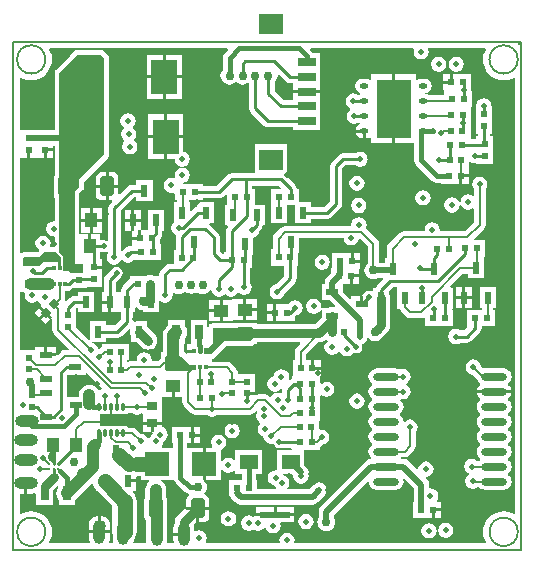
<source format=gbl>
%FSLAX25Y25*%
%MOIN*%
G70*
G01*
G75*
G04 Layer_Physical_Order=4*
G04 Layer_Color=16711680*
%ADD10C,0.01500*%
%ADD11C,0.02000*%
%ADD12R,0.02362X0.02362*%
%ADD13R,0.05000X0.07874*%
%ADD14R,0.05000X0.05000*%
%ADD15R,0.04800X0.05600*%
%ADD16R,0.02362X0.02362*%
%ADD17R,0.02756X0.03347*%
%ADD18O,0.06299X0.01181*%
%ADD19O,0.01181X0.06299*%
%ADD20R,0.06299X0.01181*%
%ADD21C,0.03937*%
G04:AMPARAMS|DCode=22|XSize=41.34mil|YSize=86.61mil|CornerRadius=6.2mil|HoleSize=0mil|Usage=FLASHONLY|Rotation=0.000|XOffset=0mil|YOffset=0mil|HoleType=Round|Shape=RoundedRectangle|*
%AMROUNDEDRECTD22*
21,1,0.04134,0.07421,0,0,0.0*
21,1,0.02894,0.08661,0,0,0.0*
1,1,0.01240,0.01447,-0.03711*
1,1,0.01240,-0.01447,-0.03711*
1,1,0.01240,-0.01447,0.03711*
1,1,0.01240,0.01447,0.03711*
%
%ADD22ROUNDEDRECTD22*%
G04:AMPARAMS|DCode=23|XSize=39.37mil|YSize=41.34mil|CornerRadius=5.91mil|HoleSize=0mil|Usage=FLASHONLY|Rotation=0.000|XOffset=0mil|YOffset=0mil|HoleType=Round|Shape=RoundedRectangle|*
%AMROUNDEDRECTD23*
21,1,0.03937,0.02953,0,0,0.0*
21,1,0.02756,0.04134,0,0,0.0*
1,1,0.01181,0.01378,-0.01476*
1,1,0.01181,-0.01378,-0.01476*
1,1,0.01181,-0.01378,0.01476*
1,1,0.01181,0.01378,0.01476*
%
%ADD23ROUNDEDRECTD23*%
%ADD24R,0.00984X0.01083*%
%ADD25R,0.01083X0.00984*%
%ADD26R,0.03347X0.02756*%
%ADD27R,0.01890X0.01181*%
%ADD28R,0.01181X0.01890*%
%ADD29R,0.00984X0.01083*%
%ADD30R,0.01083X0.00984*%
%ADD31R,0.00787X0.01378*%
%ADD32R,0.01181X0.01378*%
%ADD33R,0.00984X0.01378*%
%ADD34R,0.01181X0.01181*%
%ADD35R,0.03937X0.02362*%
%ADD36R,0.03937X0.03150*%
%ADD37R,0.03150X0.03937*%
%ADD38R,0.09843X0.11811*%
%ADD39O,0.07087X0.02362*%
%ADD40O,0.02362X0.07087*%
%ADD41C,0.00800*%
%ADD42C,0.01000*%
%ADD43C,0.00500*%
%ADD44C,0.00600*%
%ADD45R,0.12000X0.09600*%
%ADD46C,0.02000*%
%ADD47C,0.04000*%
%ADD48C,0.03000*%
%ADD49C,0.05000*%
%ADD50C,0.04000*%
%ADD51C,0.03000*%
%ADD52R,0.05906X0.03150*%
%ADD53R,0.07874X0.07087*%
%ADD54R,0.05906X0.05118*%
%ADD55R,0.02362X0.03937*%
%ADD56R,0.07874X0.07874*%
%ADD57P,0.03341X4X90.0*%
%ADD58R,0.09843X0.01969*%
%ADD59O,0.03937X0.07874*%
%ADD60R,0.08661X0.11811*%
G04:AMPARAMS|DCode=61|XSize=45mil|YSize=65mil|CornerRadius=5.63mil|HoleSize=0mil|Usage=FLASHONLY|Rotation=0.000|XOffset=0mil|YOffset=0mil|HoleType=Round|Shape=RoundedRectangle|*
%AMROUNDEDRECTD61*
21,1,0.04500,0.05375,0,0,0.0*
21,1,0.03375,0.06500,0,0,0.0*
1,1,0.01125,0.01688,-0.02688*
1,1,0.01125,-0.01688,-0.02688*
1,1,0.01125,-0.01688,0.02688*
1,1,0.01125,0.01688,0.02688*
%
%ADD61ROUNDEDRECTD61*%
%ADD62O,0.02953X0.01772*%
%ADD63R,0.11811X0.19685*%
%ADD64O,0.08661X0.02362*%
%ADD65R,0.07087X0.04331*%
%ADD66O,0.01378X0.02756*%
%ADD67R,0.05118X0.03937*%
%ADD68R,0.01200X0.01800*%
%ADD69R,0.02559X0.04921*%
%ADD70R,0.03937X0.05118*%
%ADD71R,0.04921X0.02559*%
%ADD72C,0.00787*%
%ADD73O,0.07874X0.03937*%
%ADD74R,0.10738X0.04200*%
G36*
X30335Y163774D02*
Y131698D01*
X21928Y123290D01*
Y120935D01*
X20383Y119390D01*
Y95343D01*
X23164Y95045D01*
X23216Y92297D01*
X19305Y92038D01*
X18228Y92804D01*
X16557Y92792D01*
X16635Y97421D01*
X15336Y99234D01*
X15218Y158873D01*
X21346Y165001D01*
X29108D01*
X30335Y163774D01*
D02*
G37*
G36*
X79747Y73818D02*
Y70205D01*
X78920Y69378D01*
X70061D01*
X65775Y65091D01*
X63414D01*
Y67028D01*
X63425Y67039D01*
X64817D01*
X66520Y68743D01*
Y73726D01*
X66785Y73991D01*
X79574D01*
X79747Y73818D01*
D02*
G37*
G36*
X3814Y85309D02*
X3711Y84789D01*
X3905Y83813D01*
X4457Y82986D01*
X5284Y82434D01*
X6260Y82240D01*
X7235Y82434D01*
X7818Y82823D01*
X8308Y82726D01*
X8562Y82346D01*
X9248Y81887D01*
X9297Y81390D01*
X9150Y81242D01*
X11045Y79347D01*
D01*
X11045Y79346D01*
X11046Y79346D01*
D01*
X12941Y77450D01*
X12538Y77047D01*
X13000Y76856D01*
Y73317D01*
X13000Y73317D01*
X13000D01*
X13148Y72576D01*
X13567Y71948D01*
X18491Y67024D01*
X18299Y66562D01*
X17042D01*
X16301Y66415D01*
X15672Y65995D01*
X14700Y65023D01*
X14239Y65214D01*
Y64562D01*
X14056Y64380D01*
X10769D01*
Y64879D01*
X10270D01*
Y67561D01*
X7301D01*
Y66653D01*
X2504D01*
D01*
X2504D01*
X2178Y66979D01*
Y85695D01*
X3497D01*
X3814Y85309D01*
D02*
G37*
G36*
X13756Y124954D02*
X13553Y124650D01*
X13393Y123846D01*
Y118471D01*
X13553Y117666D01*
X13771Y117339D01*
X13786Y109779D01*
X13437Y109492D01*
X12462Y109298D01*
X11635Y108746D01*
X11082Y107919D01*
X10888Y106943D01*
X11082Y105968D01*
X11635Y105141D01*
X12462Y104588D01*
X13437Y104394D01*
X13797Y104100D01*
X13803Y101073D01*
X13450Y100719D01*
X12409D01*
X12177Y101154D01*
X12371Y102129D01*
X12177Y103105D01*
X11624Y103932D01*
X10797Y104484D01*
X9822Y104678D01*
X8846Y104484D01*
X8019Y103932D01*
X7467Y103105D01*
X7273Y102129D01*
X7467Y101154D01*
X8019Y100327D01*
X8405Y100069D01*
X8454Y99572D01*
X8026Y99143D01*
X3571D01*
X2985Y99027D01*
X2619Y98782D01*
X2178Y99018D01*
Y130518D01*
X2371D01*
Y130518D01*
X4552D01*
Y133201D01*
X5552D01*
Y130518D01*
X7734D01*
Y130518D01*
X7734D01*
X7734Y130518D01*
X7871Y130518D01*
Y130518D01*
X10052D01*
Y133201D01*
X10551D01*
Y133700D01*
X13234D01*
Y134455D01*
Y134588D01*
X13737D01*
X13756Y124954D01*
D02*
G37*
G36*
X71166Y118219D02*
Y115008D01*
X70462D01*
Y108071D01*
X71271D01*
X71462Y107609D01*
X71425Y107572D01*
X70983Y106910D01*
X70828Y106130D01*
Y99246D01*
X70186D01*
Y98604D01*
X69681D01*
X68768Y99517D01*
Y104146D01*
X68768Y104146D01*
X68768Y104146D01*
Y104146D01*
X68768D01*
X68768Y104146D01*
X68613Y104926D01*
X68436Y105191D01*
X68171Y105588D01*
X68171Y105588D01*
X65320Y108438D01*
X65435Y108817D01*
X66694D01*
Y115754D01*
X61332D01*
Y114294D01*
X60705Y114170D01*
X60044Y113728D01*
X59282Y112966D01*
X58820Y113157D01*
Y115754D01*
X58411D01*
Y116414D01*
X63091D01*
Y117056D01*
X68505D01*
X69286Y117211D01*
X69947Y117653D01*
X70705Y118411D01*
X71166Y118219D01*
D02*
G37*
G36*
X15861Y97475D02*
Y93967D01*
X15074D01*
X14937Y94104D01*
X14943Y94098D01*
X14937Y94803D01*
Y95852D01*
X14929Y95860D01*
X14937Y94803D01*
Y94104D01*
X14781Y94260D01*
Y95880D01*
X9921D01*
X8565Y94524D01*
X3576D01*
X3226Y94875D01*
Y97269D01*
X3571Y97614D01*
X8660D01*
X10235Y99190D01*
X14147D01*
X15861Y97475D01*
D02*
G37*
G36*
X95606Y68643D02*
X94356Y67393D01*
X93936Y66764D01*
X93789Y66023D01*
Y63108D01*
X93045D01*
Y57777D01*
X92983D01*
Y57032D01*
X92849Y57006D01*
X92721Y56980D01*
X92127Y56583D01*
X91787Y56811D01*
X91716Y56882D01*
X91869Y57652D01*
X91675Y58627D01*
X91122Y59454D01*
X90295Y60006D01*
X89320Y60201D01*
X88344Y60006D01*
X87517Y59454D01*
X86965Y58627D01*
X86781Y57701D01*
X86181Y57582D01*
X85354Y57029D01*
X84802Y56202D01*
X84608Y55227D01*
X84802Y54251D01*
X85354Y53424D01*
X86181Y52872D01*
X87157Y52678D01*
X88132Y52872D01*
X88959Y53424D01*
X89178Y53752D01*
X89640Y53561D01*
X89569Y53203D01*
Y52318D01*
X89128Y52082D01*
X89059Y52128D01*
X88084Y52322D01*
X87108Y52128D01*
X86281Y51575D01*
X85907Y51016D01*
X85410Y50967D01*
X85175Y51201D01*
X84546Y51621D01*
X83805Y51769D01*
X81639D01*
X81016Y51645D01*
X80629Y51962D01*
Y51570D01*
X77947D01*
Y52570D01*
X80629D01*
Y53326D01*
Y58688D01*
X75267D01*
Y58688D01*
X74993D01*
X74866Y58816D01*
X74719Y59557D01*
X74299Y60185D01*
X72379Y62105D01*
X71751Y62525D01*
X71010Y62672D01*
X71010D01*
D01*
X66118D01*
X66118Y63135D01*
X66118D01*
Y63630D01*
X66360Y63678D01*
X66856Y64010D01*
X70695Y67848D01*
X78920D01*
X79505Y67965D01*
X80001Y68296D01*
X80367Y68663D01*
X81072D01*
Y69105D01*
X95415D01*
X95606Y68643D01*
D02*
G37*
G36*
X42410Y23110D02*
X45084D01*
X45245Y22636D01*
X44934Y22397D01*
X44373Y21666D01*
X44020Y20815D01*
X43900Y19901D01*
Y17473D01*
X43800Y17323D01*
X43640Y16518D01*
Y11143D01*
X43800Y10339D01*
X44184Y9763D01*
Y5334D01*
X44216Y5093D01*
Y3365D01*
X44323Y2554D01*
X43993Y2178D01*
X40267D01*
X39989Y2594D01*
X40042Y2722D01*
X40138Y3450D01*
X40500Y3921D01*
X40903Y4894D01*
X41040Y5939D01*
Y16210D01*
X41040Y16210D01*
X40903Y17254D01*
X40500Y18227D01*
X39858Y19063D01*
X39858Y19063D01*
X40000Y19404D01*
X40898D01*
Y22373D01*
X38216D01*
Y23373D01*
X40898D01*
Y24318D01*
X41118Y24512D01*
X42410D01*
Y23110D01*
D02*
G37*
G36*
X4059Y22144D02*
X4558D01*
Y18645D01*
X6026D01*
X6932Y18764D01*
X7168Y18862D01*
X7584Y18584D01*
Y14786D01*
X13143D01*
Y19666D01*
X14602Y21125D01*
X14720Y21077D01*
X14849Y20594D01*
X14786Y20512D01*
X14434Y19660D01*
X14313Y18747D01*
X14434Y17833D01*
X14786Y16982D01*
X15064Y16620D01*
Y14786D01*
X20623D01*
Y16534D01*
X25831Y21741D01*
X25973Y21883D01*
X26463Y21786D01*
X26849Y20856D01*
X27490Y20020D01*
X27661Y19848D01*
Y19404D01*
X28105D01*
X32971Y14539D01*
Y5939D01*
X33109Y4894D01*
X33164Y4760D01*
Y3627D01*
X33283Y2722D01*
X33336Y2594D01*
X33059Y2178D01*
X32084D01*
X31806Y2594D01*
X32030Y3134D01*
X32149Y4039D01*
Y5508D01*
X25152D01*
Y4039D01*
X25271Y3134D01*
X25495Y2594D01*
X25217Y2178D01*
X12187D01*
X11930Y2607D01*
X12281Y3264D01*
X12674Y4559D01*
X12807Y5906D01*
X12674Y7252D01*
X12281Y8546D01*
X11644Y9740D01*
X10785Y10785D01*
X9740Y11644D01*
X8546Y12281D01*
X7252Y12674D01*
X5906Y12807D01*
X4559Y12674D01*
X3264Y12281D01*
X2607Y11930D01*
X2178Y12187D01*
Y18645D01*
X3558D01*
Y21643D01*
X2178D01*
Y22643D01*
X4059D01*
Y22144D01*
D02*
G37*
G36*
X29634Y53926D02*
X29535Y53601D01*
X28708Y53049D01*
D01*
X28351Y53228D01*
X27790Y53960D01*
X27059Y54521D01*
X26208Y54873D01*
X25294Y54994D01*
X24380Y54873D01*
X23529Y54521D01*
X22798Y53960D01*
X22237Y53228D01*
X21884Y52377D01*
X21764Y51463D01*
Y50960D01*
X17917D01*
Y58218D01*
X17961Y58262D01*
X24081D01*
Y58826D01*
X24543Y59017D01*
X29634Y53926D01*
D02*
G37*
G36*
X157361Y166684D02*
X157010Y166027D01*
X156617Y164732D01*
X156484Y163386D01*
X156617Y162039D01*
X157010Y160745D01*
X157648Y159552D01*
X158506Y158506D01*
X159552Y157648D01*
X160745Y157010D01*
X162039Y156617D01*
X163386Y156484D01*
X164732Y156617D01*
X166027Y157010D01*
X166684Y157361D01*
X167113Y157104D01*
Y12187D01*
X166684Y11930D01*
X166027Y12281D01*
X164732Y12674D01*
X163386Y12807D01*
X162039Y12674D01*
X160745Y12281D01*
X159552Y11644D01*
X158506Y10785D01*
X157648Y9740D01*
X157010Y8546D01*
X156617Y7252D01*
X156484Y5906D01*
X156617Y4559D01*
X157010Y3264D01*
X157361Y2607D01*
X157104Y2178D01*
X93970D01*
X93652Y2565D01*
X93745Y3032D01*
X93551Y4007D01*
X92999Y4834D01*
X92172Y5387D01*
X91196Y5581D01*
X90221Y5387D01*
X89394Y4834D01*
X88841Y4007D01*
X88647Y3032D01*
X88740Y2565D01*
X88423Y2178D01*
X64345D01*
X64110Y2619D01*
X64279Y2872D01*
X64473Y3847D01*
X64279Y4823D01*
X63726Y5650D01*
X62899Y6202D01*
X61924Y6396D01*
X60948Y6202D01*
X60730Y6056D01*
X60289Y6292D01*
Y7102D01*
X60169Y8008D01*
X60086Y8208D01*
X60919Y9040D01*
X60930D01*
Y13331D01*
X57639D01*
Y14320D01*
X54651Y11331D01*
X54170Y10704D01*
X53867Y9974D01*
X53764Y9191D01*
Y8856D01*
X53760Y8851D01*
X53411Y8008D01*
X53292Y7102D01*
Y5633D01*
X56791D01*
Y4634D01*
X53292D01*
Y3165D01*
X53372Y2554D01*
X53043Y2178D01*
X51436D01*
X51106Y2554D01*
X51213Y3365D01*
Y5093D01*
X51245Y5334D01*
Y13546D01*
X51220Y13733D01*
Y16518D01*
X51060Y17323D01*
X50960Y17473D01*
Y19901D01*
X50840Y20815D01*
X50487Y21666D01*
X49926Y22397D01*
X49195Y22958D01*
X49225Y23110D01*
X53284D01*
Y23109D01*
X53503D01*
X53507Y23087D01*
X54004Y22343D01*
X57128Y19218D01*
X57128Y19218D01*
X57873Y18721D01*
X58353Y18626D01*
X58450Y18135D01*
X58255Y18005D01*
X57800Y17323D01*
X57640Y16518D01*
Y14331D01*
X65220D01*
Y16518D01*
X65060Y17323D01*
X64604Y18005D01*
X63922Y18461D01*
X63635Y18518D01*
X63592Y18701D01*
X64073Y19328D01*
X64376Y20057D01*
X64479Y20841D01*
X64376Y21624D01*
X64073Y22354D01*
X63592Y22980D01*
X63636Y23109D01*
X63425D01*
X63095Y23362D01*
Y28545D01*
Y33983D01*
X58157D01*
D01*
X58157D01*
X57920Y34220D01*
Y35498D01*
X59063D01*
Y38178D01*
Y40860D01*
X52945D01*
Y35498D01*
X53332D01*
Y33983D01*
X53284D01*
Y33983D01*
X49574D01*
X49338Y34424D01*
X49839Y35174D01*
X50022Y36092D01*
X50701Y36546D01*
X51253Y37373D01*
X51447Y38348D01*
X51253Y39324D01*
X50701Y40151D01*
X49874Y40703D01*
X49382Y40801D01*
Y41601D01*
X46709D01*
Y39572D01*
X46543Y39324D01*
X46523Y39223D01*
X46130D01*
X46409Y38883D01*
X46335Y38388D01*
X45682Y37952D01*
X45181Y37202D01*
X44741D01*
X44672Y37216D01*
X44245Y37854D01*
X43418Y38407D01*
X42443Y38601D01*
X42421Y38596D01*
X40900Y40118D01*
X40900Y40118D01*
X40321Y40505D01*
X39638Y40641D01*
X38317D01*
X37994Y41123D01*
X37522Y41439D01*
Y42687D01*
X32478D01*
Y43687D01*
X37522D01*
Y44935D01*
X37994Y45250D01*
X38215Y45580D01*
X39704D01*
X40330Y45163D01*
X41305Y44969D01*
X42280Y45163D01*
X42595Y45373D01*
X43036Y45137D01*
Y45129D01*
X43036Y45129D01*
X43036Y44979D01*
X43036D01*
Y42601D01*
X49382D01*
Y44979D01*
D01*
Y44979D01*
X49382Y44979D01*
Y45129D01*
X49382D01*
Y50885D01*
D01*
Y50885D01*
X49523Y51025D01*
X52730D01*
Y54495D01*
X53730D01*
Y51025D01*
X56229D01*
Y49153D01*
X56229Y49153D01*
X56229D01*
X56376Y48411D01*
X56796Y47783D01*
X59084Y45495D01*
X59713Y45075D01*
X59713Y45075D01*
X59713Y45075D01*
D01*
X59713Y45075D01*
X59713Y45075D01*
X60454Y44927D01*
X64650D01*
X65233Y44537D01*
X66209Y44343D01*
X67184Y44537D01*
X67768Y44927D01*
X78672D01*
X79413Y45075D01*
X80042Y45495D01*
X80706Y46159D01*
X81094Y46041D01*
X81262Y45570D01*
X81136Y45382D01*
X80942Y44406D01*
X81136Y43431D01*
X81688Y42604D01*
X81946Y42432D01*
X82043Y41942D01*
X81548Y41200D01*
X81354Y40225D01*
X81548Y39249D01*
X82100Y38422D01*
X82928Y37870D01*
X83343Y37787D01*
X83331Y37725D01*
X83525Y36750D01*
X84077Y35923D01*
X84904Y35370D01*
X85879Y35176D01*
X86508Y35301D01*
X86770Y35126D01*
Y35126D01*
X86770Y35126D01*
X87212Y34464D01*
X87874Y34022D01*
X88654Y33867D01*
X92380D01*
X92734Y33514D01*
X92734Y33225D01*
X92717Y33209D01*
X87940D01*
Y26763D01*
X87554Y26446D01*
X87343Y26488D01*
X86368Y26294D01*
X85541Y25741D01*
X84988Y24914D01*
X84794Y23939D01*
X84988Y22963D01*
X85541Y22136D01*
X86368Y21584D01*
X86988Y21460D01*
X87024Y21276D01*
X87502Y20561D01*
X87266Y20120D01*
X81074D01*
Y23231D01*
X80687D01*
Y25091D01*
X82845D01*
Y33209D01*
X73940D01*
Y29978D01*
X73462Y29833D01*
X73437Y29870D01*
X72610Y30423D01*
X71634Y30617D01*
X70659Y30423D01*
X69832Y29870D01*
X69510Y29388D01*
X69032Y29533D01*
Y33320D01*
X69372Y33387D01*
X70199Y33940D01*
X70751Y34767D01*
X70945Y35742D01*
X70751Y36718D01*
X70199Y37545D01*
X69372Y38097D01*
X68396Y38291D01*
X67421Y38097D01*
X66594Y37545D01*
X66041Y36718D01*
X65847Y35742D01*
X66041Y34767D01*
X66270Y34424D01*
X66034Y33983D01*
X64095D01*
Y28545D01*
Y23110D01*
X69032D01*
Y26602D01*
X69510Y26747D01*
X69832Y26265D01*
X70659Y25713D01*
X71634Y25519D01*
X72610Y25713D01*
X73437Y26265D01*
X73462Y26302D01*
X73940Y26157D01*
Y25091D01*
X76099D01*
Y23231D01*
X71775D01*
Y17869D01*
X72151D01*
X72653Y17117D01*
X74002Y15769D01*
Y15769D01*
D01*
Y15769D01*
X74002Y15768D01*
D01*
D01*
D01*
X74002D01*
X74002Y15768D01*
Y15768D01*
X74002Y15768D01*
Y15768D01*
X74829Y15216D01*
X75805Y15022D01*
X99672D01*
X100648Y15216D01*
X101475Y15769D01*
X103730Y18024D01*
X104283Y18851D01*
X104477Y19827D01*
X104283Y20802D01*
X103730Y21629D01*
X102904Y22182D01*
X101928Y22376D01*
X100953Y22182D01*
X100126Y21629D01*
X98616Y20120D01*
X91492D01*
X91256Y20561D01*
X91734Y21276D01*
X91928Y22252D01*
X91734Y23227D01*
X91182Y24054D01*
X90355Y24607D01*
X89735Y24730D01*
X89698Y24914D01*
X89793Y25091D01*
X92847D01*
X93277Y24660D01*
X93247Y24507D01*
X93441Y23532D01*
X93993Y22705D01*
X94820Y22152D01*
X95796Y21958D01*
X96771Y22152D01*
X97598Y22705D01*
X98151Y23532D01*
X98345Y24507D01*
X98221Y25127D01*
X98345Y25747D01*
X98151Y26722D01*
X97598Y27549D01*
X96846Y28302D01*
Y32872D01*
X96846Y32872D01*
D01*
D01*
X96846Y33209D01*
D01*
X96862Y33225D01*
X102033D01*
Y34326D01*
X102455Y34609D01*
X102735Y34889D01*
X103653Y35071D01*
X104480Y35624D01*
X105032Y36451D01*
X105226Y37426D01*
X105032Y38401D01*
X104480Y39228D01*
X103653Y39781D01*
X102678Y39975D01*
X102389Y39918D01*
X102002Y40235D01*
Y42815D01*
X102282D01*
Y48177D01*
X102219D01*
Y51292D01*
X102660Y51527D01*
X103362Y51058D01*
X104338Y50864D01*
X105313Y51058D01*
X106140Y51611D01*
X106693Y52438D01*
X106887Y53413D01*
X106693Y54388D01*
X106140Y55215D01*
X105313Y55768D01*
X104338Y55962D01*
X103362Y55768D01*
X102723Y55341D01*
X102282Y55576D01*
Y57746D01*
X102344D01*
Y59927D01*
X99662D01*
Y60426D01*
X99163D01*
Y63108D01*
X97663D01*
Y65220D01*
X101548Y69105D01*
X101834D01*
X102617Y69208D01*
X103347Y69511D01*
X103974Y69991D01*
X103983Y70004D01*
X104469D01*
X104746Y69588D01*
X104684Y69437D01*
X104413Y69256D01*
X103860Y68429D01*
X103666Y67453D01*
X103860Y66478D01*
X104413Y65651D01*
X105240Y65099D01*
X106215Y64904D01*
X107191Y65099D01*
X108018Y65651D01*
X108217Y65949D01*
X108545Y66015D01*
X108761D01*
X109288Y65226D01*
X110115Y64673D01*
X111090Y64479D01*
X112066Y64673D01*
X112893Y65226D01*
X113066Y65485D01*
X113478Y65567D01*
X114258Y65412D01*
X115039Y65567D01*
X115700Y66009D01*
X116142Y66671D01*
X116298Y67451D01*
X116142Y68232D01*
X116199Y68367D01*
X116367Y68401D01*
X117194Y68953D01*
X117746Y69780D01*
X117862Y70362D01*
X118349Y70475D01*
X118360Y70460D01*
X118987Y69980D01*
X119717Y69677D01*
X120500Y69574D01*
X121283Y69677D01*
X122013Y69980D01*
X122640Y70460D01*
X122916Y70820D01*
X123275Y71096D01*
X124749Y72569D01*
X125229Y73196D01*
X125532Y73926D01*
X125635Y74709D01*
Y83726D01*
X125532Y84509D01*
X125290Y85093D01*
Y86272D01*
X126506Y87488D01*
X127802D01*
Y87194D01*
X127802D01*
Y80257D01*
X128469D01*
X128693Y80034D01*
X128693Y80034D01*
Y80034D01*
X129113Y79405D01*
X130767Y77751D01*
X130767D01*
Y77751D01*
X131395Y77332D01*
X132136Y77184D01*
X135995D01*
X136736Y77332D01*
X136851Y77408D01*
X137292Y77172D01*
Y74472D01*
X146591D01*
Y79834D01*
X146013D01*
Y80352D01*
X146655D01*
Y87289D01*
X145804D01*
X145613Y87751D01*
X149789Y91927D01*
X151417D01*
Y90396D01*
X156779D01*
Y97333D01*
X156779D01*
Y97388D01*
X157100Y97709D01*
X157100D01*
Y103071D01*
X153564D01*
X153373Y103533D01*
X156770Y106930D01*
X157190Y107559D01*
X157337Y108300D01*
X157337Y108300D01*
X157337Y108300D01*
Y108300D01*
Y120099D01*
X157755Y120724D01*
X157949Y121700D01*
X157755Y122676D01*
X157202Y123502D01*
X156376Y124055D01*
X155400Y124249D01*
X154425Y124055D01*
X153598Y123502D01*
X153045Y122676D01*
X152851Y121700D01*
X153045Y120724D01*
X153463Y120099D01*
Y118192D01*
X153022Y117957D01*
X152576Y118255D01*
X151600Y118449D01*
X150625Y118255D01*
X149798Y117702D01*
X149245Y116876D01*
X149051Y115900D01*
X148640Y115818D01*
X148555Y115875D01*
D01*
X148002Y116702D01*
X147176Y117255D01*
X146200Y117449D01*
X145224Y117255D01*
X144398Y116702D01*
X143845Y115875D01*
X143651Y114900D01*
X143845Y113925D01*
X144398Y113098D01*
X145224Y112545D01*
X146200Y112351D01*
X147176Y112545D01*
X148002Y113098D01*
X148555Y113925D01*
X148749Y114900D01*
X149160Y114982D01*
X149245Y114925D01*
D01*
X149798Y114098D01*
X150625Y113545D01*
X151600Y113351D01*
X152576Y113545D01*
X153022Y113843D01*
X153463Y113608D01*
Y109102D01*
X150498Y106137D01*
X142451D01*
X142134Y106524D01*
X142149Y106600D01*
X141955Y107576D01*
X141402Y108402D01*
X140576Y108955D01*
X139600Y109149D01*
X138625Y108955D01*
X137798Y108402D01*
X137245Y107576D01*
X137051Y106600D01*
X137066Y106524D01*
X136749Y106137D01*
X130200D01*
X129459Y105990D01*
X128830Y105570D01*
X124991Y101730D01*
X124571Y101102D01*
X124423Y100361D01*
Y97037D01*
X123865D01*
Y95604D01*
X121905D01*
Y101932D01*
X121905Y101932D01*
X121905Y101932D01*
Y101932D01*
X121905D01*
X121905Y101932D01*
X121758Y102673D01*
X121338Y103302D01*
X117405Y107235D01*
X117486Y107355D01*
X117680Y108331D01*
X117486Y109306D01*
X116933Y110133D01*
X116106Y110686D01*
X115131Y110880D01*
X114155Y110686D01*
X113328Y110133D01*
X112776Y109306D01*
X112582Y108331D01*
X112603Y108224D01*
X112286Y107837D01*
X90576D01*
X89835Y107690D01*
X89207Y107270D01*
X87001Y105064D01*
X86581Y104435D01*
X86433Y103694D01*
Y100051D01*
X85689D01*
Y94689D01*
X90268D01*
Y91252D01*
X87482Y88466D01*
X86924Y88355D01*
X86098Y87802D01*
X85545Y86976D01*
X85351Y86000D01*
X85545Y85024D01*
X86098Y84198D01*
X86924Y83645D01*
X87900Y83451D01*
X88876Y83645D01*
X89702Y84198D01*
X90255Y85024D01*
X90366Y85582D01*
X93749Y88966D01*
X94191Y89627D01*
X94347Y90408D01*
Y94689D01*
X94989D01*
Y98949D01*
X95098D01*
Y103963D01*
X110058D01*
X110245Y103024D01*
X110798Y102198D01*
X111625Y101645D01*
X112600Y101451D01*
X113575Y101645D01*
X114402Y102198D01*
X114955Y103024D01*
X115047Y103489D01*
X115526Y103635D01*
X118031Y101129D01*
Y95350D01*
X117829Y95194D01*
X117348Y94568D01*
X117045Y93838D01*
X116942Y93055D01*
X117045Y92272D01*
X117348Y91542D01*
X117829Y90915D01*
X118455Y90434D01*
X119185Y90132D01*
X119968Y90029D01*
X120751Y90132D01*
X121481Y90434D01*
X121574Y90506D01*
X123102D01*
X123294Y90044D01*
X121167Y87917D01*
X120725Y87256D01*
X120713Y87194D01*
X119928D01*
Y86309D01*
X119487Y86074D01*
X119360Y86158D01*
X118580Y86313D01*
X117799Y86158D01*
X117138Y85716D01*
X115925Y84504D01*
X116628D01*
Y81821D01*
X115628D01*
Y84503D01*
X112659D01*
Y83643D01*
X112197Y83452D01*
X109754Y85896D01*
Y88440D01*
D01*
Y88440D01*
X109950Y88636D01*
X112080D01*
Y91319D01*
X112579D01*
Y91817D01*
X115261D01*
Y93447D01*
X115590D01*
Y95628D01*
X112908D01*
Y96127D01*
X112409D01*
Y98809D01*
X106291D01*
Y93999D01*
X105962D01*
Y92241D01*
X104483Y90763D01*
X103930Y89936D01*
X103736Y88960D01*
Y88440D01*
X102817D01*
Y83078D01*
X105362D01*
X107167Y81273D01*
X106946Y80824D01*
X106285Y80911D01*
X105502Y80808D01*
X104919Y80566D01*
X102937D01*
X102620Y80953D01*
X102657Y81140D01*
X102463Y82115D01*
X101910Y82942D01*
X101083Y83495D01*
X100108Y83689D01*
X99133Y83495D01*
X98305Y82942D01*
X97753Y82115D01*
X97559Y81140D01*
X97753Y80164D01*
X98305Y79337D01*
X99133Y78785D01*
X100108Y78591D01*
X101083Y78785D01*
X101910Y79337D01*
X102338Y79978D01*
X102817Y79833D01*
Y77393D01*
X100581Y75157D01*
X81072D01*
Y75599D01*
X72954D01*
Y75520D01*
X66785D01*
X66200Y75404D01*
X66001Y75271D01*
X65142D01*
Y74576D01*
X64772Y74241D01*
X64590Y74259D01*
Y76490D01*
X59030D01*
Y68568D01*
D01*
Y68568D01*
X58954Y68492D01*
X57950D01*
Y66592D01*
X59755D01*
Y66092D01*
X59855Y65592D01*
X57950D01*
Y65208D01*
X57705Y65107D01*
X57289Y65385D01*
Y65836D01*
X56738D01*
Y66872D01*
Y68568D01*
X57109D01*
Y70402D01*
X57387Y70764D01*
X57740Y71615D01*
X57860Y72529D01*
X57740Y73443D01*
X57387Y74294D01*
X57109Y74656D01*
Y76490D01*
X51550D01*
Y74742D01*
X50712Y73903D01*
X50151Y73172D01*
X49798Y72321D01*
X49678Y71407D01*
Y66872D01*
Y65836D01*
X49171D01*
Y64439D01*
X49126Y64211D01*
Y63725D01*
X48166Y62765D01*
X46465D01*
X46147Y63152D01*
X46177Y63301D01*
X45983Y64276D01*
X45430Y65103D01*
X44604Y65656D01*
X43628Y65850D01*
X42653Y65656D01*
X41826Y65103D01*
X41273Y64276D01*
X41079Y63301D01*
X41109Y63152D01*
X40792Y62765D01*
X38853D01*
X38853D01*
D01*
X38669Y62728D01*
X38306Y62656D01*
X37919Y62973D01*
Y63306D01*
X38663D01*
Y68669D01*
X29364D01*
Y67605D01*
X28994Y67357D01*
X28589Y66953D01*
X28111Y67098D01*
X28061Y67349D01*
X27508Y68176D01*
X26681Y68729D01*
X26284Y68808D01*
X26076Y69196D01*
X30856D01*
Y70625D01*
X34585D01*
X35366Y70780D01*
X36027Y71222D01*
X38454Y73649D01*
X38941Y73447D01*
X38838Y72664D01*
X38941Y71881D01*
X39182Y71298D01*
Y69196D01*
X41053D01*
X42742Y67507D01*
X43368Y67026D01*
X44098Y66724D01*
X44881Y66620D01*
X45664Y66724D01*
X46394Y67026D01*
X47021Y67507D01*
X47502Y68133D01*
X47804Y68863D01*
X47907Y69646D01*
X47804Y70429D01*
X47502Y71159D01*
X47390Y71305D01*
X47021Y71786D01*
X47021Y71786D01*
X44545Y74262D01*
Y76133D01*
X39966D01*
Y79038D01*
X40608D01*
Y80487D01*
X41056Y80708D01*
X41561Y80320D01*
X42291Y80018D01*
X43075Y79915D01*
X43119D01*
Y79038D01*
X48482D01*
Y82223D01*
X48553Y82762D01*
X48588Y82778D01*
X49292Y82778D01*
X49642Y82545D01*
X50618Y82351D01*
X51593Y82545D01*
X52420Y83097D01*
X52973Y83924D01*
X53167Y84900D01*
X53070Y85387D01*
X53495Y85650D01*
X53587Y85580D01*
X54317Y85277D01*
X55100Y85174D01*
X55883Y85277D01*
X56613Y85580D01*
X57240Y86060D01*
X57259Y86085D01*
X57787Y85680D01*
X58517Y85377D01*
X59300Y85274D01*
X60083Y85377D01*
X60813Y85680D01*
X61135Y85927D01*
X61587Y85580D01*
X62317Y85277D01*
X63100Y85174D01*
X63883Y85277D01*
X64613Y85580D01*
X65240Y86060D01*
X65553Y86468D01*
X66040Y86355D01*
X66145Y85825D01*
X66698Y84998D01*
X67524Y84445D01*
X68500Y84251D01*
X69476Y84445D01*
X70302Y84998D01*
Y84998D01*
X70598Y85098D01*
X71425Y84545D01*
X72400Y84351D01*
X73375Y84545D01*
X74202Y85098D01*
X74567Y85643D01*
X75067Y85643D01*
X75098Y85598D01*
X75924Y85045D01*
X76900Y84851D01*
X77876Y85045D01*
X78702Y85598D01*
X79255Y86424D01*
X79449Y87400D01*
X79255Y88376D01*
X78843Y88992D01*
Y93884D01*
X79485D01*
Y98229D01*
X79761D01*
Y103972D01*
X80410Y104101D01*
X81237Y104654D01*
X81790Y105481D01*
X81901Y106038D01*
X82459Y106597D01*
X82901Y107258D01*
X83056Y108039D01*
Y108071D01*
X83698D01*
Y115008D01*
X80466D01*
Y120148D01*
X79499D01*
Y121324D01*
X88392D01*
X89034Y120682D01*
X88842Y120220D01*
X85732D01*
Y114858D01*
X85798D01*
Y108792D01*
X91161D01*
Y114858D01*
X93672D01*
Y108792D01*
X99035D01*
Y110221D01*
X104561D01*
X105341Y110377D01*
X106002Y110819D01*
X106002Y110819D01*
X106002Y110819D01*
X109042Y113858D01*
X109484Y114520D01*
X109639Y115300D01*
X109639Y115300D01*
X109639Y115300D01*
Y115300D01*
Y127055D01*
X110645Y128061D01*
X114152D01*
X114625Y127745D01*
X115600Y127551D01*
X116576Y127745D01*
X117402Y128298D01*
X117955Y129124D01*
X118149Y130100D01*
X117955Y131076D01*
X117402Y131902D01*
X116576Y132455D01*
X115600Y132649D01*
X114625Y132455D01*
X114152Y132139D01*
X109800D01*
X109020Y131984D01*
X108358Y131542D01*
X106158Y129342D01*
X105716Y128680D01*
X105561Y127900D01*
Y116145D01*
X103716Y114300D01*
X99035D01*
Y115729D01*
X95031D01*
Y120220D01*
X94389D01*
Y120250D01*
X94234Y121030D01*
X93792Y121692D01*
X90679Y124805D01*
X90726Y124961D01*
X91326D01*
Y135048D01*
X80452D01*
Y125402D01*
X72773D01*
X71993Y125247D01*
X71331Y124805D01*
X67661Y121134D01*
X63091D01*
Y121776D01*
X56463D01*
X56415Y122274D01*
X57275Y122445D01*
X58102Y122998D01*
X58655Y123825D01*
X58849Y124800D01*
X58655Y125776D01*
X58102Y126602D01*
X57275Y127155D01*
X56300Y127349D01*
X55325Y127155D01*
X54498Y126602D01*
X53945Y125776D01*
X53751Y124800D01*
X53871Y124197D01*
X53677Y123907D01*
X53533Y123763D01*
X52600Y123949D01*
X51625Y123755D01*
X50798Y123202D01*
X50245Y122376D01*
X50051Y121400D01*
X50245Y120424D01*
X50798Y119598D01*
X51625Y119045D01*
X52600Y118851D01*
X53406Y119011D01*
X53792Y118694D01*
Y116414D01*
X54536D01*
Y115754D01*
X53458D01*
Y109110D01*
X53298Y109002D01*
X52745Y108176D01*
X52551Y107200D01*
X52745Y106225D01*
X53298Y105398D01*
X54124Y104845D01*
X54168Y104836D01*
X54016Y104073D01*
Y99728D01*
X53374D01*
Y95339D01*
X52200D01*
X51420Y95184D01*
X50758Y94742D01*
X49176Y93160D01*
X48734Y92498D01*
X48579Y91718D01*
Y91345D01*
X48210D01*
Y91345D01*
X46895D01*
X46312Y91587D01*
X45529Y91690D01*
X44746Y91587D01*
X44162Y91345D01*
X38911D01*
Y90311D01*
X38603Y90106D01*
X38603Y90106D01*
X36485Y87987D01*
X36484Y87987D01*
X36042Y87326D01*
X35887Y86545D01*
Y85975D01*
X35245D01*
D01*
D01*
X35245Y85975D01*
X34793D01*
Y85975D01*
X34151D01*
Y89078D01*
X35800Y90727D01*
X36242Y91389D01*
X36397Y92169D01*
X36242Y92950D01*
X35800Y93611D01*
X35138Y94053D01*
X34358Y94209D01*
X33578Y94053D01*
X32916Y93611D01*
X30670Y91365D01*
X30670Y91365D01*
X30404Y90968D01*
X30227Y90703D01*
X30072Y89923D01*
Y85975D01*
X29430D01*
Y83007D01*
X32112D01*
Y82508D01*
X32611D01*
Y79038D01*
X34793D01*
Y79038D01*
X34793D01*
X34793Y79038D01*
X35245D01*
Y79038D01*
X35887D01*
Y76850D01*
X33740Y74703D01*
X30856D01*
Y76133D01*
X25493D01*
Y69979D01*
X25031Y69788D01*
X20937Y73883D01*
Y75557D01*
Y80396D01*
X21008Y80468D01*
X21556D01*
Y79038D01*
X26919D01*
Y85975D01*
X21556D01*
Y84546D01*
X20163D01*
X19383Y84391D01*
X18721Y83949D01*
X17622Y82849D01*
X17181Y83085D01*
X17295Y83659D01*
Y86112D01*
X19426D01*
Y86784D01*
X19458Y86805D01*
X19855Y87070D01*
X19855Y87070D01*
X20036Y87252D01*
X24492D01*
Y87499D01*
X29567D01*
Y91436D01*
Y93618D01*
X26885D01*
Y94618D01*
X29567D01*
Y96799D01*
X28925D01*
Y99061D01*
X30097D01*
X30877Y99216D01*
X31157Y99403D01*
X31356Y99297D01*
X31477Y98812D01*
X31282Y98520D01*
X31088Y97545D01*
X31282Y96570D01*
X31835Y95743D01*
X32662Y95190D01*
X33637Y94996D01*
X34613Y95190D01*
X35440Y95743D01*
X35911Y96448D01*
X36411D01*
X36428Y96422D01*
X37255Y95869D01*
X38230Y95675D01*
X39206Y95869D01*
X40033Y96422D01*
X40083Y96497D01*
X49065D01*
Y101859D01*
X48731D01*
Y103633D01*
X49039Y103941D01*
X49481Y104602D01*
X49636Y105383D01*
Y106280D01*
X50278D01*
Y113217D01*
X44916D01*
Y106517D01*
X42612D01*
Y103834D01*
X42114D01*
Y103335D01*
X39431D01*
Y101217D01*
X39184D01*
X38404Y101062D01*
X37862Y100700D01*
X37255Y100579D01*
X36428Y100027D01*
X36155Y99618D01*
X35676Y99763D01*
Y112925D01*
X40304Y117552D01*
X40979D01*
Y116123D01*
X46341D01*
Y123060D01*
X40979D01*
Y121631D01*
X39459D01*
X38679Y121475D01*
X38017Y121033D01*
X38017Y121033D01*
X35435Y118452D01*
X34973Y118643D01*
Y120658D01*
X31683D01*
Y116367D01*
X32698D01*
X32889Y115906D01*
X32195Y115211D01*
X31753Y114550D01*
X31598Y113769D01*
Y103033D01*
X31157Y102797D01*
X30877Y102984D01*
X30097Y103139D01*
X28908D01*
Y105159D01*
X25940D01*
Y101099D01*
X24940D01*
Y105159D01*
X21971D01*
D01*
X21971D01*
X21912Y105218D01*
Y118757D01*
X23009Y119854D01*
X23341Y120350D01*
X23458Y120935D01*
Y122657D01*
X31417Y130616D01*
X31748Y131113D01*
X31865Y131698D01*
Y163774D01*
X31748Y164359D01*
X31417Y164855D01*
X30189Y166083D01*
X29693Y166414D01*
X29108Y166531D01*
X21346D01*
X20858Y166434D01*
X20761Y166414D01*
X20265Y166083D01*
X19178Y164996D01*
X18789D01*
Y164607D01*
X14137Y159955D01*
X14136Y159954D01*
X14135Y159953D01*
X13970Y159704D01*
X13805Y159459D01*
X13805Y159457D01*
X13804Y159456D01*
X13747Y159164D01*
X13689Y158873D01*
X13689Y158872D01*
X13689Y158870D01*
X13726Y140172D01*
X13373Y139818D01*
X13234Y139818D01*
X13234Y139818D01*
X13234Y139818D01*
X7871D01*
D01*
D01*
X7871Y139818D01*
X7734Y139818D01*
Y139818D01*
X2371D01*
D01*
X2371D01*
X2178Y140011D01*
Y157104D01*
X2607Y157361D01*
X3264Y157010D01*
X4559Y156617D01*
X5906Y156484D01*
X7252Y156617D01*
X8546Y157010D01*
X9740Y157648D01*
X10785Y158506D01*
X11644Y159552D01*
X12281Y160745D01*
X12674Y162039D01*
X12807Y163386D01*
X12674Y164732D01*
X12281Y166027D01*
X11930Y166684D01*
X12187Y167113D01*
X71316D01*
X71507Y166651D01*
X70386Y165530D01*
X69889Y164786D01*
X69714Y163908D01*
Y159938D01*
X69387Y159513D01*
X69085Y158783D01*
X68982Y158000D01*
X69085Y157217D01*
X69387Y156487D01*
X69868Y155860D01*
X70495Y155379D01*
X71225Y155077D01*
X72008Y154974D01*
X72791Y155077D01*
X73521Y155379D01*
X74147Y155860D01*
X74199D01*
X74826Y155379D01*
X75555Y155077D01*
X76338Y154974D01*
X77122Y155077D01*
X77851Y155379D01*
X78182Y155633D01*
X78630Y155412D01*
Y147131D01*
X78630Y147131D01*
X78630D01*
X78785Y146350D01*
X79227Y145689D01*
X83558Y141358D01*
X84220Y140916D01*
X85000Y140761D01*
X85000Y140761D01*
X93247D01*
Y139725D01*
X102153D01*
Y144647D01*
X102153D01*
Y150796D01*
X102153D01*
Y152143D01*
X93247D01*
Y149760D01*
X90123D01*
X87039Y152845D01*
Y155783D01*
X87140Y155860D01*
X87621Y156487D01*
X87923Y157217D01*
X88026Y158000D01*
X88008Y158139D01*
X88456Y158360D01*
X90694Y156122D01*
X91356Y155680D01*
X92136Y155525D01*
X93247D01*
Y154489D01*
Y153142D01*
X102153D01*
Y154489D01*
Y159410D01*
Y165560D01*
X99765D01*
X99322Y166222D01*
X98893Y166651D01*
X99084Y167113D01*
X133178D01*
X133496Y166727D01*
X133351Y166000D01*
X133545Y165024D01*
X134098Y164198D01*
X134924Y163645D01*
X135900Y163451D01*
X136875Y163645D01*
X137702Y164198D01*
X138255Y165024D01*
X138449Y166000D01*
X138255Y166975D01*
X138329Y167113D01*
X157104D01*
X157361Y166684D01*
D02*
G37*
G36*
X58673Y61669D02*
X60621D01*
X60694Y61597D01*
Y59860D01*
X60607Y59773D01*
X60588Y59793D01*
X59074D01*
X58706Y59425D01*
X51228D01*
X50655Y59999D01*
Y64211D01*
X56131Y64211D01*
X58673Y61669D01*
D02*
G37*
%LPC*%
G36*
X10692Y78286D02*
X9150Y76743D01*
X10692Y75201D01*
X12234Y76743D01*
X10692Y78286D01*
D02*
G37*
G36*
X102344Y63108D02*
X100163D01*
Y60927D01*
X102344D01*
Y63108D01*
D02*
G37*
G36*
X14238Y67561D02*
X11270D01*
Y65380D01*
X14238D01*
Y67561D01*
D02*
G37*
G36*
X160716Y87491D02*
X155354D01*
Y80554D01*
X156098D01*
Y79903D01*
X151291D01*
Y74541D01*
X151291Y74541D01*
X151291D01*
X151401Y74277D01*
X150186Y73062D01*
X148849D01*
X148376Y73378D01*
X147401Y73572D01*
X146425Y73378D01*
X145598Y72825D01*
X145046Y71998D01*
X144852Y71023D01*
X145046Y70047D01*
X145598Y69221D01*
X146425Y68668D01*
X147401Y68474D01*
X148376Y68668D01*
X148849Y68984D01*
X151031D01*
X151811Y69139D01*
X152473Y69581D01*
X155414Y72523D01*
X155856Y73184D01*
X156012Y73965D01*
X156012Y73965D01*
X156012Y73965D01*
Y73965D01*
Y74541D01*
X160591D01*
Y79903D01*
X159973D01*
Y80554D01*
X160716D01*
Y87491D01*
D02*
G37*
G36*
X31611Y82007D02*
X29430D01*
Y79038D01*
X31611D01*
Y82007D01*
D02*
G37*
G36*
X8443Y80535D02*
X6900Y78993D01*
X8443Y77451D01*
X9985Y78993D01*
X8443Y80535D01*
D02*
G37*
G36*
X68701Y83145D02*
X65142D01*
Y80177D01*
X68701D01*
Y83145D01*
D02*
G37*
G36*
X86574Y81705D02*
X84393D01*
Y79524D01*
X86574D01*
Y81705D01*
D02*
G37*
G36*
X81072Y79505D02*
X77513D01*
Y76537D01*
X81072D01*
Y79505D01*
D02*
G37*
G36*
X76513Y83473D02*
X72954D01*
Y83145D01*
X69701D01*
Y79676D01*
Y76208D01*
X73260D01*
Y76537D01*
X76513D01*
Y80004D01*
Y83473D01*
D02*
G37*
G36*
X68701Y79176D02*
X65142D01*
Y76208D01*
X68701D01*
Y79176D01*
D02*
G37*
G36*
X93866Y83160D02*
X92891Y82966D01*
X92064Y82413D01*
X91591Y81705D01*
X87574D01*
Y79023D01*
Y76343D01*
X93692D01*
Y77562D01*
X93722Y77582D01*
X93722Y77582D01*
X94284Y78145D01*
X94842Y78256D01*
X95669Y78808D01*
X96221Y79635D01*
X96415Y80611D01*
X96221Y81586D01*
X95669Y82413D01*
X94842Y82966D01*
X93866Y83160D01*
D02*
G37*
G36*
X86574Y78524D02*
X84393D01*
Y76343D01*
X86574D01*
Y78524D01*
D02*
G37*
G36*
X71656Y12819D02*
X70681Y12625D01*
X69854Y12073D01*
X69301Y11246D01*
X69107Y10270D01*
X69301Y9295D01*
X69854Y8468D01*
X70681Y7915D01*
X71656Y7721D01*
X72632Y7915D01*
X73458Y8468D01*
X74011Y9295D01*
X74205Y10270D01*
X74011Y11246D01*
X73458Y12073D01*
X72632Y12625D01*
X71656Y12819D01*
D02*
G37*
G36*
X97516Y11901D02*
X96541Y11706D01*
X95714Y11154D01*
X95161Y10327D01*
X94967Y9352D01*
X95161Y8376D01*
X95714Y7549D01*
X96541Y6997D01*
X97516Y6803D01*
X98492Y6997D01*
X99318Y7549D01*
X99871Y8376D01*
X100065Y9352D01*
X99871Y10327D01*
X99318Y11154D01*
X98492Y11706D01*
X97516Y11901D01*
D02*
G37*
G36*
X142618Y12832D02*
X140436D01*
Y10651D01*
X142618D01*
Y12832D01*
D02*
G37*
G36*
X65220Y13331D02*
X61930D01*
Y9040D01*
X63117D01*
X63922Y9200D01*
X64604Y9656D01*
X65060Y10339D01*
X65220Y11143D01*
Y13331D01*
D02*
G37*
G36*
X29151Y11409D02*
Y6508D01*
X32149D01*
Y7976D01*
X32030Y8882D01*
X31680Y9725D01*
X31124Y10450D01*
X30400Y11006D01*
X29556Y11355D01*
X29151Y11409D01*
D02*
G37*
G36*
X144102Y8935D02*
X143127Y8741D01*
X142300Y8188D01*
X141747Y7361D01*
X141553Y6386D01*
X141747Y5410D01*
X142300Y4583D01*
X143127Y4031D01*
X144102Y3837D01*
X145078Y4031D01*
X145905Y4583D01*
X146457Y5410D01*
X146651Y6386D01*
X146457Y7361D01*
X145905Y8188D01*
X145078Y8741D01*
X144102Y8935D01*
D02*
G37*
G36*
X138516Y8821D02*
X137540Y8627D01*
X136713Y8074D01*
X136161Y7247D01*
X135967Y6272D01*
X136161Y5296D01*
X136713Y4469D01*
X137540Y3917D01*
X138516Y3723D01*
X139491Y3917D01*
X140318Y4469D01*
X140871Y5296D01*
X141065Y6272D01*
X140871Y7247D01*
X140318Y8074D01*
X139491Y8627D01*
X138516Y8821D01*
D02*
G37*
G36*
X28151Y11409D02*
X27745Y11355D01*
X26902Y11006D01*
X26177Y10450D01*
X25621Y9725D01*
X25271Y8882D01*
X25152Y7976D01*
Y6508D01*
X28151D01*
Y11409D01*
D02*
G37*
G36*
X78379Y11365D02*
X77404Y11171D01*
X76577Y10619D01*
X76025Y9792D01*
X75831Y8816D01*
X76025Y7841D01*
X76577Y7014D01*
X77404Y6461D01*
X78379Y6267D01*
X79355Y6461D01*
X79894Y6821D01*
X80523Y6401D01*
X81499Y6207D01*
X82474Y6401D01*
X83301Y6954D01*
X83695Y7543D01*
X84185Y7445D01*
X84279Y6975D01*
X84831Y6148D01*
X85658Y5596D01*
X86633Y5402D01*
X87609Y5596D01*
X88436Y6148D01*
X88988Y6975D01*
X89182Y7951D01*
X88988Y8926D01*
X89128Y9187D01*
X93623D01*
Y11171D01*
X82173D01*
X81499Y11305D01*
X80824Y11171D01*
X80780D01*
Y11162D01*
X80523Y11111D01*
X79984Y10751D01*
X79355Y11171D01*
X78379Y11365D01*
D02*
G37*
G36*
X86701Y14155D02*
X80780D01*
Y12171D01*
X86701D01*
Y14155D01*
D02*
G37*
G36*
X114495Y52052D02*
X113519Y51858D01*
X112692Y51305D01*
X112140Y50479D01*
X111946Y49503D01*
X112140Y48528D01*
X112692Y47701D01*
X113519Y47148D01*
X114495Y46954D01*
X115470Y47148D01*
X116297Y47701D01*
X116850Y48528D01*
X117043Y49503D01*
X116850Y50479D01*
X116297Y51305D01*
X115470Y51858D01*
X114495Y52052D01*
D02*
G37*
G36*
X45709Y41601D02*
X43036D01*
Y39223D01*
X45709D01*
Y41601D01*
D02*
G37*
G36*
X153249Y63395D02*
X152274Y63201D01*
X151447Y62649D01*
X150894Y61822D01*
X150700Y60846D01*
X150894Y59871D01*
X151447Y59044D01*
X152274Y58491D01*
X153011Y58345D01*
X154481Y56875D01*
X154709Y56325D01*
X155139Y55765D01*
X155579Y55427D01*
Y54927D01*
X155139Y54589D01*
X154709Y54029D01*
X154439Y53377D01*
X154412Y53177D01*
X165989D01*
X165962Y53377D01*
X165692Y54029D01*
X165262Y54589D01*
X164702Y55019D01*
Y55335D01*
X165262Y55765D01*
X165692Y56325D01*
X165962Y56977D01*
X166054Y57677D01*
X165962Y58377D01*
X165692Y59029D01*
X165262Y59589D01*
X164702Y60019D01*
X164050Y60289D01*
X163350Y60381D01*
X157051D01*
X156523Y60312D01*
X155751Y61084D01*
X155604Y61822D01*
X155052Y62649D01*
X154225Y63201D01*
X153249Y63395D01*
D02*
G37*
G36*
X127327Y60381D02*
X121027D01*
X120327Y60289D01*
X119675Y60019D01*
X119115Y59589D01*
X118685Y59029D01*
X118415Y58377D01*
X118323Y57677D01*
X118415Y56977D01*
X118685Y56325D01*
X119115Y55765D01*
X119555Y55427D01*
Y54927D01*
X119115Y54589D01*
X118685Y54029D01*
X118415Y53377D01*
X118323Y52677D01*
X118415Y51977D01*
X118685Y51325D01*
X119115Y50765D01*
X119555Y50427D01*
Y49927D01*
X119115Y49589D01*
X118685Y49029D01*
X118415Y48377D01*
X118323Y47677D01*
X118415Y46977D01*
X118685Y46325D01*
X119115Y45765D01*
X119555Y45427D01*
Y44927D01*
X119115Y44589D01*
X118685Y44029D01*
X118415Y43377D01*
X118323Y42677D01*
X118415Y41977D01*
X118685Y41325D01*
X119115Y40765D01*
X119555Y40427D01*
Y39927D01*
X119115Y39589D01*
X118685Y39029D01*
X118415Y38377D01*
X118323Y37677D01*
X118415Y36977D01*
X118685Y36325D01*
X119115Y35765D01*
X119555Y35427D01*
Y34927D01*
X119115Y34589D01*
X118685Y34029D01*
X118415Y33377D01*
X118323Y32677D01*
X118415Y31977D01*
X118685Y31325D01*
X119115Y30765D01*
X119226Y30680D01*
X119112Y30193D01*
X118301Y30032D01*
X117474Y29479D01*
X102470Y14475D01*
X101917Y13648D01*
X101723Y12672D01*
Y10776D01*
X101652Y10683D01*
X101349Y9953D01*
X101246Y9170D01*
X101349Y8387D01*
X101652Y7657D01*
X102132Y7030D01*
X102759Y6550D01*
X103489Y6247D01*
X104272Y6144D01*
X105055Y6247D01*
X105785Y6550D01*
X106412Y7030D01*
X106893Y7657D01*
X107195Y8387D01*
X107298Y9170D01*
X107195Y9953D01*
X106893Y10683D01*
X106821Y10776D01*
Y11616D01*
X117872Y22667D01*
X118345Y22507D01*
X118415Y21977D01*
X118685Y21325D01*
X119115Y20765D01*
X119675Y20335D01*
X120327Y20065D01*
X121027Y19973D01*
X127327D01*
X128026Y20065D01*
X128679Y20335D01*
X129239Y20765D01*
X129668Y21325D01*
X129939Y21977D01*
X130031Y22677D01*
X129939Y23377D01*
X129897Y23477D01*
X130313Y23755D01*
X133450Y20617D01*
Y16013D01*
X133318D01*
Y10651D01*
X139436D01*
Y13333D01*
X139936D01*
Y13832D01*
X142618D01*
Y16013D01*
X141245D01*
X141009Y16454D01*
X141343Y16953D01*
X141537Y17929D01*
X141343Y18904D01*
X140790Y19731D01*
X139963Y20284D01*
X138988Y20478D01*
X138935Y20467D01*
X138549Y20784D01*
Y21673D01*
X138354Y22649D01*
X137802Y23475D01*
X137329Y23949D01*
X137514Y24296D01*
X138490Y24490D01*
X139317Y25043D01*
X139869Y25870D01*
X140064Y26845D01*
X139869Y27821D01*
X139317Y28647D01*
X138490Y29200D01*
X137514Y29394D01*
X136539Y29200D01*
X135712Y28647D01*
X135160Y27821D01*
X134980Y26921D01*
X134502Y26775D01*
X131798Y29479D01*
X130971Y30032D01*
X129996Y30226D01*
X129314D01*
X129154Y30700D01*
X129239Y30765D01*
X129298Y30842D01*
X130452D01*
X131037Y30958D01*
X131154Y30981D01*
X131749Y31379D01*
X133498Y33128D01*
X133896Y33723D01*
X134035Y34426D01*
Y39092D01*
X134555Y39870D01*
X134749Y40845D01*
X134555Y41821D01*
X134002Y42648D01*
X133176Y43200D01*
X132200Y43394D01*
X131225Y43200D01*
X130458Y42688D01*
X130086Y42856D01*
X129999Y42914D01*
X129939Y43377D01*
X129668Y44029D01*
X129239Y44589D01*
X128679Y45019D01*
Y45335D01*
D01*
X129239Y45765D01*
X129668Y46325D01*
X129939Y46977D01*
X130031Y47677D01*
X129939Y48377D01*
X129668Y49029D01*
X129239Y49589D01*
X128944Y49815D01*
X129151Y50270D01*
X129867Y50128D01*
X130842Y50322D01*
X131669Y50875D01*
X132222Y51702D01*
X132416Y52677D01*
X132222Y53653D01*
X131669Y54479D01*
X130842Y55032D01*
Y55322D01*
D01*
X131669Y55875D01*
X132222Y56702D01*
X132416Y57677D01*
X132222Y58653D01*
X131669Y59479D01*
X130842Y60032D01*
X129867Y60226D01*
X128891Y60032D01*
X128769Y59950D01*
X128679Y60019D01*
X128026Y60289D01*
X127327Y60381D01*
D02*
G37*
G36*
X62244Y40860D02*
X60063D01*
Y38679D01*
X62244D01*
Y40860D01*
D02*
G37*
G36*
X165989Y52177D02*
X154412D01*
X154439Y51977D01*
X154709Y51325D01*
X155139Y50765D01*
X155579Y50427D01*
Y49927D01*
X155139Y49589D01*
X154709Y49029D01*
X154439Y48377D01*
X154347Y47677D01*
X154439Y46977D01*
X154709Y46325D01*
X155139Y45765D01*
X155579Y45427D01*
Y44927D01*
X155139Y44589D01*
X154709Y44029D01*
X154439Y43377D01*
X154347Y42677D01*
X154439Y41977D01*
X154709Y41325D01*
X155139Y40765D01*
X155579Y40427D01*
Y39927D01*
X155139Y39589D01*
X154709Y39029D01*
X154439Y38377D01*
X154347Y37677D01*
X154439Y36977D01*
X154709Y36325D01*
X155139Y35765D01*
X155579Y35427D01*
Y34927D01*
X155139Y34589D01*
X154709Y34029D01*
X154439Y33377D01*
X154347Y32677D01*
X154439Y31977D01*
X154709Y31325D01*
X155139Y30765D01*
X155579Y30427D01*
Y29927D01*
X155139Y29589D01*
X155080Y29512D01*
X154532D01*
X153754Y30032D01*
X152779Y30226D01*
X151804Y30032D01*
X150977Y29479D01*
X150424Y28653D01*
X150230Y27677D01*
X150424Y26702D01*
X150977Y25875D01*
X151720Y25378D01*
Y24905D01*
X151714Y24873D01*
X151296Y24594D01*
X150744Y23767D01*
X150550Y22792D01*
X150744Y21816D01*
X151296Y20989D01*
X152123Y20437D01*
X153099Y20243D01*
X154074Y20437D01*
X154680Y20842D01*
X155080D01*
X155139Y20765D01*
X155699Y20335D01*
X156351Y20065D01*
X157051Y19973D01*
X163350D01*
X164050Y20065D01*
X164702Y20335D01*
X165262Y20765D01*
X165692Y21325D01*
X165962Y21977D01*
X166054Y22677D01*
X165962Y23377D01*
X165692Y24029D01*
X165262Y24589D01*
X164702Y25019D01*
Y25335D01*
X165262Y25765D01*
X165692Y26325D01*
X165962Y26977D01*
X166054Y27677D01*
X165962Y28377D01*
X165692Y29029D01*
X165262Y29589D01*
X164702Y30019D01*
D01*
Y30335D01*
X165262Y30765D01*
X165692Y31325D01*
X165962Y31977D01*
X166054Y32677D01*
X165962Y33377D01*
X165692Y34029D01*
X165262Y34589D01*
X164702Y35019D01*
Y35335D01*
D01*
X165262Y35765D01*
X165692Y36325D01*
X165962Y36977D01*
X166054Y37677D01*
X165962Y38377D01*
X165692Y39029D01*
X165262Y39589D01*
X164702Y40019D01*
Y40335D01*
X165262Y40765D01*
X165692Y41325D01*
X165962Y41977D01*
X166054Y42677D01*
X165962Y43377D01*
X165692Y44029D01*
X165262Y44589D01*
X164702Y45019D01*
Y45335D01*
X165262Y45765D01*
X165692Y46325D01*
X165962Y46977D01*
X166054Y47677D01*
X165962Y48377D01*
X165692Y49029D01*
X165262Y49589D01*
X164702Y50019D01*
Y50335D01*
X165262Y50765D01*
X165692Y51325D01*
X165962Y51977D01*
X165989Y52177D01*
D02*
G37*
G36*
X93623Y14155D02*
X87701D01*
Y12171D01*
X93623D01*
Y14155D01*
D02*
G37*
G36*
X72912Y42134D02*
X71937Y41939D01*
X71110Y41387D01*
X70557Y40560D01*
X70363Y39585D01*
X70557Y38609D01*
X71110Y37782D01*
X71937Y37230D01*
X72912Y37036D01*
X73888Y37230D01*
X74715Y37782D01*
X75267Y38609D01*
X75461Y39585D01*
X75267Y40560D01*
X74715Y41387D01*
X73888Y41939D01*
X72912Y42134D01*
D02*
G37*
G36*
X62244Y37679D02*
X60063D01*
Y35498D01*
X62244D01*
Y37679D01*
D02*
G37*
G36*
X38200Y145449D02*
X37225Y145255D01*
X36398Y144702D01*
X35845Y143876D01*
X35651Y142900D01*
X35845Y141925D01*
X36398Y141098D01*
X36718Y140883D01*
Y140383D01*
X36598Y140302D01*
X36045Y139476D01*
X35851Y138500D01*
X36045Y137524D01*
X36598Y136698D01*
X36789Y136569D01*
X36887Y136079D01*
X36360Y135290D01*
X36166Y134315D01*
X36360Y133340D01*
X36913Y132512D01*
X37739Y131960D01*
X38715Y131766D01*
X39690Y131960D01*
X40517Y132512D01*
X41070Y133340D01*
X41264Y134315D01*
X41070Y135290D01*
X40517Y136117D01*
X40202Y136328D01*
Y136698D01*
X40755Y137524D01*
X40949Y138500D01*
X40755Y139476D01*
X40202Y140302D01*
X39882Y140517D01*
Y141017D01*
X40002Y141098D01*
X40555Y141925D01*
X40749Y142900D01*
X40555Y143876D01*
X40002Y144702D01*
X39176Y145255D01*
X38200Y145449D01*
D02*
G37*
G36*
X13234Y132700D02*
X11052D01*
Y130518D01*
X13234D01*
Y132700D01*
D02*
G37*
G36*
X50173Y145091D02*
X44842D01*
Y138186D01*
X50173D01*
Y145091D01*
D02*
G37*
G36*
X116439Y139028D02*
X114015D01*
X114101Y138597D01*
X114628Y137808D01*
X115417Y137280D01*
X116348Y137095D01*
X116439D01*
Y139028D01*
D02*
G37*
G36*
X50173Y137186D02*
X44842D01*
Y130280D01*
X50173D01*
Y137186D01*
D02*
G37*
G36*
X32871Y125948D02*
X31683D01*
Y121658D01*
X34973D01*
Y123846D01*
X34813Y124650D01*
X34358Y125332D01*
X33675Y125788D01*
X32871Y125948D01*
D02*
G37*
G36*
X30683D02*
X29496D01*
X28691Y125788D01*
X28009Y125332D01*
X27553Y124650D01*
X27393Y123846D01*
Y121658D01*
X30683D01*
Y125948D01*
D02*
G37*
G36*
X56503Y137186D02*
X51173D01*
Y130280D01*
X53603D01*
X53751Y130100D01*
X53945Y129124D01*
X54498Y128298D01*
X55325Y127745D01*
X56300Y127551D01*
X57275Y127745D01*
X58102Y128298D01*
X58655Y129124D01*
X58849Y130100D01*
X58655Y131076D01*
X58102Y131902D01*
X57275Y132455D01*
X56503Y132608D01*
Y137186D01*
D02*
G37*
G36*
X151742Y124052D02*
X149561D01*
Y121871D01*
X151742D01*
Y124052D01*
D02*
G37*
G36*
X56503Y145091D02*
X51173D01*
Y138186D01*
X56503D01*
Y145091D01*
D02*
G37*
G36*
X56041Y164996D02*
X50711D01*
Y158091D01*
X56041D01*
Y164996D01*
D02*
G37*
G36*
X49711D02*
X44380D01*
Y158091D01*
X49711D01*
Y164996D01*
D02*
G37*
G36*
X147633Y164349D02*
X146658Y164155D01*
X145831Y163602D01*
X145278Y162776D01*
X145084Y161800D01*
X145278Y160825D01*
X145831Y159998D01*
X146658Y159445D01*
X147633Y159251D01*
X148609Y159445D01*
X149436Y159998D01*
X149988Y160825D01*
X150182Y161800D01*
X149988Y162776D01*
X149436Y163602D01*
X148609Y164155D01*
X147633Y164349D01*
D02*
G37*
G36*
X141767D02*
X140791Y164155D01*
X139964Y163602D01*
X139412Y162776D01*
X139218Y161800D01*
X139412Y160825D01*
X139964Y159998D01*
X140791Y159445D01*
X141767Y159251D01*
X142742Y159445D01*
X143569Y159998D01*
X144122Y160825D01*
X144316Y161800D01*
X144122Y162776D01*
X143569Y163602D01*
X142742Y164155D01*
X141767Y164349D01*
D02*
G37*
G36*
X126183Y158370D02*
X119277D01*
Y156760D01*
X118836Y156524D01*
X118460Y156775D01*
X117529Y156960D01*
X116348D01*
X115417Y156775D01*
X114628Y156248D01*
X114101Y155459D01*
X113916Y154528D01*
X114101Y153597D01*
X114628Y152808D01*
X115417Y152280D01*
X115430Y152278D01*
Y151778D01*
X115417Y151775D01*
X115107Y151568D01*
X114730D01*
X114258Y151884D01*
X113282Y152078D01*
X112307Y151884D01*
X111480Y151331D01*
X110927Y150504D01*
X110733Y149529D01*
X110927Y148553D01*
X111480Y147726D01*
X112307Y147174D01*
X112187Y146573D01*
X111825Y146331D01*
X111273Y145504D01*
X111079Y144529D01*
X111273Y143553D01*
X111825Y142726D01*
X112652Y142174D01*
X113628Y141980D01*
X114603Y142174D01*
X114990Y142432D01*
X115430Y142196D01*
Y141778D01*
X115417Y141775D01*
X114628Y141248D01*
X114101Y140459D01*
X114015Y140028D01*
X116940D01*
Y139529D01*
X117439D01*
Y137095D01*
X117529D01*
X118460Y137280D01*
X118836Y137532D01*
X119277Y137296D01*
Y135685D01*
X126183D01*
Y147027D01*
Y158370D01*
D02*
G37*
G36*
X56041Y157091D02*
X50711D01*
Y150185D01*
X56041D01*
Y157091D01*
D02*
G37*
G36*
X49711D02*
X44380D01*
Y150185D01*
X49711D01*
Y157091D01*
D02*
G37*
G36*
X145393Y158524D02*
X143212D01*
Y156342D01*
X145393D01*
Y158524D01*
D02*
G37*
G36*
X152511Y158524D02*
X147149D01*
Y158524D01*
X146393D01*
Y155842D01*
X145894D01*
Y155342D01*
X143212D01*
Y153161D01*
X143465D01*
Y152903D01*
X143465D01*
Y151466D01*
X138411D01*
X137949Y151775D01*
X137018Y151960D01*
Y152095D01*
X137949Y152280D01*
X138738Y152808D01*
X139265Y153597D01*
X139450Y154528D01*
X139265Y155459D01*
X138738Y156248D01*
X137949Y156775D01*
X137018Y156960D01*
X135837D01*
X134906Y156775D01*
X134529Y156524D01*
X134089Y156760D01*
Y158370D01*
X127183D01*
Y147027D01*
Y135685D01*
X133633D01*
Y129807D01*
X133808Y128929D01*
X134305Y128185D01*
X134305Y128185D01*
X134305Y128185D01*
X134305Y128185D01*
Y128185D01*
X139560Y122930D01*
Y122930D01*
D01*
Y122930D01*
X139560Y122930D01*
D01*
D01*
X139560D01*
X139560Y122930D01*
Y122930D01*
X139560Y122930D01*
Y122930D01*
X140305Y122432D01*
X141182Y122258D01*
X142443D01*
Y121871D01*
X148561D01*
Y124553D01*
X149060D01*
Y125052D01*
X151742D01*
Y127035D01*
X151979D01*
Y129051D01*
X152420Y129287D01*
X152857Y128995D01*
X153832Y128801D01*
X154099Y128854D01*
X154325Y128669D01*
Y128669D01*
X159687D01*
Y132606D01*
Y137968D01*
X158809D01*
Y138570D01*
X159451D01*
Y142508D01*
Y147870D01*
X159357D01*
X159318Y147917D01*
X159125Y148892D01*
X158572Y149719D01*
X157745Y150272D01*
X156770Y150466D01*
X155794Y150272D01*
X154967Y149719D01*
X154415Y148892D01*
X154220Y147917D01*
X154182Y147870D01*
X154088D01*
Y142508D01*
Y138570D01*
X154730D01*
Y137968D01*
X154325D01*
Y136997D01*
X152341D01*
Y141758D01*
X152447Y142290D01*
X152491D01*
Y147541D01*
X152764D01*
Y152903D01*
X152764D01*
X152631Y153065D01*
X152632Y153068D01*
X152511Y153674D01*
Y158524D01*
D02*
G37*
G36*
X114500Y124649D02*
X113524Y124455D01*
X112698Y123902D01*
X112145Y123075D01*
X111951Y122100D01*
X112145Y121124D01*
X112698Y120298D01*
X113524Y119745D01*
X114500Y119551D01*
X115475Y119745D01*
X116302Y120298D01*
X116855Y121124D01*
X117049Y122100D01*
X116855Y123075D01*
X116302Y123902D01*
X115475Y124455D01*
X114500Y124649D01*
D02*
G37*
G36*
X102956Y98285D02*
X101980Y98090D01*
X101154Y97538D01*
X100601Y96711D01*
X100407Y95736D01*
X100601Y94760D01*
X101154Y93933D01*
X101980Y93381D01*
X102956Y93186D01*
X103931Y93381D01*
X104758Y93933D01*
X105311Y94760D01*
X105505Y95736D01*
X105311Y96711D01*
X104758Y97538D01*
X103931Y98090D01*
X102956Y98285D01*
D02*
G37*
G36*
X115261Y90817D02*
X113080D01*
Y88636D01*
X115261D01*
Y90817D01*
D02*
G37*
G36*
X42404Y109249D02*
X40223D01*
Y106280D01*
X39431D01*
Y104335D01*
X41612D01*
Y106517D01*
X42404D01*
Y109249D01*
D02*
G37*
G36*
X115590Y98809D02*
X113409D01*
Y96628D01*
X115590D01*
Y98809D01*
D02*
G37*
G36*
X152842Y87491D02*
X150661D01*
Y84522D01*
X152842D01*
Y87491D01*
D02*
G37*
G36*
X149661Y83522D02*
X147480D01*
Y80554D01*
X149661D01*
Y83522D01*
D02*
G37*
G36*
X81072Y83473D02*
X77513D01*
Y80505D01*
X81072D01*
Y83473D01*
D02*
G37*
G36*
X149661Y87491D02*
X147480D01*
Y84522D01*
X149661D01*
Y87491D01*
D02*
G37*
G36*
X152842Y83522D02*
X150661D01*
Y80554D01*
X152842D01*
Y83522D01*
D02*
G37*
G36*
X25407Y109241D02*
X22439D01*
Y105682D01*
X25407D01*
Y109241D01*
D02*
G37*
G36*
X115100Y117249D02*
X114125Y117055D01*
X113298Y116502D01*
X112745Y115675D01*
X112551Y114700D01*
X112745Y113725D01*
X113298Y112898D01*
X114125Y112345D01*
X115100Y112151D01*
X116076Y112345D01*
X116902Y112898D01*
X117455Y113725D01*
X117649Y114700D01*
X117455Y115675D01*
X116902Y116502D01*
X116076Y117055D01*
X115100Y117249D01*
D02*
G37*
G36*
X42404Y113217D02*
X40223D01*
Y110249D01*
X42404D01*
Y113217D01*
D02*
G37*
G36*
X30683Y120658D02*
X27393D01*
Y118471D01*
X27553Y117666D01*
X28009Y116983D01*
X28691Y116528D01*
X29496Y116367D01*
X30683D01*
Y120658D01*
D02*
G37*
G36*
X136500Y119849D02*
X135524Y119655D01*
X134698Y119102D01*
X134145Y118275D01*
X133951Y117300D01*
X134145Y116324D01*
X134698Y115498D01*
X135524Y114945D01*
X136500Y114751D01*
X137476Y114945D01*
X138302Y115498D01*
X138855Y116324D01*
X139049Y117300D01*
X138855Y118275D01*
X138302Y119102D01*
X137476Y119655D01*
X136500Y119849D01*
D02*
G37*
G36*
X39223Y113217D02*
X37042D01*
Y110249D01*
X39223D01*
Y113217D01*
D02*
G37*
G36*
Y109249D02*
X37042D01*
Y106280D01*
X39223D01*
Y109249D01*
D02*
G37*
G36*
X29376Y109241D02*
X26408D01*
Y105682D01*
X29376D01*
Y109241D01*
D02*
G37*
G36*
Y113800D02*
X26408D01*
Y110241D01*
X29376D01*
Y113800D01*
D02*
G37*
G36*
X25407D02*
X22439D01*
Y110241D01*
X25407D01*
Y113800D01*
D02*
G37*
%LPD*%
D10*
X78393Y20550D02*
Y29150D01*
X55626Y23965D02*
Y38179D01*
X135927Y129807D02*
X141182Y124552D01*
X135927Y129807D02*
Y139529D01*
X61810Y68253D02*
Y72529D01*
Y68253D02*
X62050Y68014D01*
Y66092D02*
Y68014D01*
X25294Y48568D02*
X26344Y47518D01*
X28542D01*
X55626Y23965D02*
X58750Y20841D01*
Y20841D02*
X61453D01*
X28542Y36282D02*
Y38856D01*
X15564Y26255D02*
X17844Y23976D01*
Y18747D02*
Y23976D01*
X4406Y42902D02*
X6213Y41096D01*
X20844Y45106D02*
Y48279D01*
X16833Y41096D02*
X20844Y45106D01*
X6213Y41096D02*
X12838D01*
X13660D02*
X16833D01*
X12838D02*
X13660D01*
X141182Y124552D02*
X145124D01*
X135927Y139529D02*
X139671D01*
X72008Y158000D02*
Y163908D01*
X75300Y167200D01*
X95100D01*
X97700Y162485D02*
Y164600D01*
X95100Y167200D02*
X97700Y164600D01*
D11*
X24533Y137136D02*
X25082Y137686D01*
X10552Y137136D02*
X10552Y137136D01*
X5052Y137136D02*
X10552D01*
X92393Y27910D02*
Y29150D01*
X119968Y93055D02*
X126032D01*
X126546Y93568D01*
X115392Y70756D02*
Y76653D01*
X106285Y85759D02*
X115392Y76653D01*
X106285Y88960D02*
X108643Y91317D01*
X106285Y85759D02*
Y88960D01*
X108972Y91647D02*
Y96128D01*
X108643Y91317D02*
X108972Y91647D01*
X104272Y9170D02*
Y12672D01*
X119277Y27677D02*
X124177D01*
X136000Y13332D02*
Y21673D01*
X129996Y27677D02*
X136000Y21673D01*
X124177Y27677D02*
X129996D01*
X104272Y12672D02*
X119277Y27677D01*
X75805Y17571D02*
X87201D01*
X74456Y18920D02*
X75805Y17571D01*
X87201D02*
X99672D01*
X101928Y19827D01*
X92393Y29150D02*
X95796Y25747D01*
X5995Y88512D02*
X6079Y88512D01*
X26533Y34273D02*
X28542Y36282D01*
X5476Y55813D02*
X6279Y55010D01*
Y51708D02*
Y55010D01*
Y51498D02*
Y51603D01*
Y51603D02*
Y51708D01*
X13061Y29882D02*
Y35005D01*
X10552Y137136D02*
X24533D01*
D12*
X59563Y38179D02*
D03*
X55626D02*
D03*
X78393Y20550D02*
D03*
X74456D02*
D03*
X99601Y55096D02*
D03*
X95664D02*
D03*
X95664Y45496D02*
D03*
X99601D02*
D03*
X99538Y50296D02*
D03*
X95601D02*
D03*
X145893Y155842D02*
D03*
X149830Y155842D02*
D03*
X145723Y139654D02*
D03*
X149660D02*
D03*
X150083Y150222D02*
D03*
X146146D02*
D03*
X149810Y144972D02*
D03*
X145873D02*
D03*
X59992Y97047D02*
D03*
X56055D02*
D03*
X56473Y119095D02*
D03*
X60410D02*
D03*
X92308Y97370D02*
D03*
X88371D02*
D03*
X88413Y117539D02*
D03*
X92350D02*
D03*
X76804Y96565D02*
D03*
X72867D02*
D03*
X73848Y117466D02*
D03*
X77785D02*
D03*
X108972Y96128D02*
D03*
X112909D02*
D03*
X45529Y88664D02*
D03*
X41592D02*
D03*
X106285Y72685D02*
D03*
X110222D02*
D03*
X157909Y77222D02*
D03*
X153972D02*
D03*
X150482Y100390D02*
D03*
X154419D02*
D03*
X65961Y55700D02*
D03*
X62024D02*
D03*
X66209Y50547D02*
D03*
X62272D02*
D03*
X35982Y65988D02*
D03*
X32045D02*
D03*
X35982Y59888D02*
D03*
X32045D02*
D03*
X149298Y129716D02*
D03*
X145361D02*
D03*
X145587Y134958D02*
D03*
X149524D02*
D03*
X149061Y124552D02*
D03*
X145124D02*
D03*
X95384Y40998D02*
D03*
X99321D02*
D03*
X95415Y35906D02*
D03*
X99352D02*
D03*
X112580Y91317D02*
D03*
X108643D02*
D03*
X87074Y79024D02*
D03*
X91011D02*
D03*
X46384Y99178D02*
D03*
X42447D02*
D03*
X46049Y103835D02*
D03*
X42112D02*
D03*
X141145Y100045D02*
D03*
X145082D02*
D03*
X143910Y77153D02*
D03*
X139973D02*
D03*
X139936Y13332D02*
D03*
X136000D02*
D03*
X99663Y60427D02*
D03*
X95726D02*
D03*
D16*
X6174Y51603D02*
D03*
Y47666D02*
D03*
X5185Y60035D02*
D03*
Y63972D02*
D03*
X18256Y78238D02*
D03*
Y74301D02*
D03*
X21811Y93870D02*
D03*
Y89933D02*
D03*
X26886Y94118D02*
D03*
Y90181D02*
D03*
X72929Y52029D02*
D03*
Y55966D02*
D03*
X77948Y52070D02*
D03*
Y56007D02*
D03*
X157006Y131350D02*
D03*
Y135287D02*
D03*
X156770Y145189D02*
D03*
Y141252D02*
D03*
X5052Y133200D02*
D03*
Y137136D02*
D03*
X10552Y133200D02*
D03*
Y137136D02*
D03*
D26*
X46209Y48007D02*
D03*
Y42101D02*
D03*
D35*
X106285Y85759D02*
D03*
X116128Y81822D02*
D03*
X106285Y77885D02*
D03*
X11001Y52216D02*
D03*
X20844Y48279D02*
D03*
X11001Y44342D02*
D03*
X10770Y64880D02*
D03*
X20612Y60943D02*
D03*
X10770Y57006D02*
D03*
D41*
X42189Y53916D02*
X43765Y52340D01*
X32691Y55564D02*
X44299D01*
X32479Y43187D02*
Y47518D01*
X142483Y138825D02*
X143312Y139654D01*
X145723D01*
X149061Y129479D02*
X149298Y129716D01*
X149061Y124552D02*
Y129479D01*
X50508Y62368D02*
X53230D01*
X38853Y60828D02*
X48968D01*
X50508Y62368D01*
X37913Y59888D02*
X38853Y60828D01*
X35982Y59888D02*
X37913D01*
X139411Y84289D02*
X148987Y93865D01*
X69661Y52029D02*
X72929D01*
X58166Y58851D02*
X60049Y60735D01*
X58166Y49153D02*
Y58851D01*
Y49153D02*
X60454Y46864D01*
X66209Y46892D02*
Y50547D01*
X28431Y64055D02*
X30364Y65988D01*
X32045D01*
Y59888D02*
Y62574D01*
X44299Y55564D02*
X46028Y53835D01*
X145430Y144529D02*
X145873Y144972D01*
X145452Y149529D02*
X146146Y150222D01*
X158035Y77348D02*
Y84022D01*
X157909Y77222D02*
X158035Y77348D01*
X148987Y93865D02*
X154098D01*
X139411Y82537D02*
Y84289D01*
X135995Y79121D02*
X139411Y82537D01*
X88371Y97370D02*
Y103694D01*
X132136Y79121D02*
X135995D01*
X130483Y80775D02*
X132136Y79121D01*
X130483Y80775D02*
Y83726D01*
X126361Y93754D02*
X126546Y93568D01*
X154419Y94186D02*
Y100390D01*
X56473Y112620D02*
Y119095D01*
X56139Y112286D02*
X56473Y112620D01*
X73848Y112244D02*
Y117466D01*
X73143Y111540D02*
X73848Y112244D01*
X88413Y117539D02*
X88480Y117472D01*
Y112261D02*
Y117472D01*
X17170Y100705D02*
X17566Y101100D01*
X17170Y93333D02*
Y100705D01*
X72971Y56007D02*
X77948D01*
X72929Y55966D02*
X72971Y56007D01*
X72929Y55966D02*
Y58816D01*
X71010Y60735D02*
X72929Y58816D01*
X64018Y60735D02*
X71010D01*
X62024Y60709D02*
X62050Y60735D01*
X62024Y55700D02*
Y60709D01*
Y55700D02*
X62272Y55453D01*
Y50547D02*
Y55453D01*
X35982Y59888D02*
Y65988D01*
X30511Y47518D02*
Y51247D01*
X36416Y47518D02*
X41305D01*
X45720D01*
X46209Y48007D01*
X156418Y57677D02*
X160201D01*
X153249Y60846D02*
X156418Y57677D01*
X89152Y40998D02*
X95384D01*
X85879Y37725D02*
X89152Y40998D01*
X95726Y60427D02*
Y66023D01*
X101834Y72131D01*
X18256Y73824D02*
X25706Y66374D01*
X18256Y73824D02*
Y74301D01*
X13476Y81777D02*
X14937Y80315D01*
X15358Y83659D02*
Y88512D01*
X13476Y81777D02*
X15358Y83659D01*
X8865Y26851D02*
X11818D01*
X6174Y51603D02*
X6279Y51498D01*
X13966Y61549D02*
X17042Y64625D01*
X5185Y63972D02*
X7608Y61549D01*
X13966D01*
X5185Y60035D02*
X7741D01*
X10770Y57006D01*
X17042Y64625D02*
X21674D01*
X29024Y59231D02*
X32691Y55564D01*
X14937Y73317D02*
X29024Y59231D01*
X14937Y73317D02*
Y80315D01*
X21674Y64625D02*
X25435Y60864D01*
X32383Y53916D02*
X42189D01*
X25435Y60864D02*
X32383Y53916D01*
X6279Y51708D02*
X6788Y52216D01*
X6279Y51498D02*
X10283D01*
X6174Y51603D02*
X6279D01*
X6174D02*
X6279Y51708D01*
X10283Y51498D02*
X11001Y52216D01*
X78672Y46864D02*
X81639Y49832D01*
X83805D01*
X89144Y44492D01*
X60454Y46864D02*
X73897D01*
X92289Y44492D02*
X93293Y45496D01*
X89144Y44492D02*
X92289D01*
X93293Y45496D02*
X95664D01*
X73897Y46864D02*
X78672D01*
X126361Y93754D02*
Y100361D01*
X116000Y105900D02*
X119968Y101932D01*
Y93055D02*
Y101932D01*
X100300Y105900D02*
X116000D01*
X88371Y103694D02*
X90576Y105900D01*
X100300D01*
X126361Y100361D02*
X130200Y104200D01*
X144900D01*
X145082Y100045D02*
Y104018D01*
X144900Y104200D02*
X145082Y104018D01*
X144900Y104200D02*
X151300D01*
X155400Y108300D01*
Y121700D01*
X31892Y42600D02*
X32479Y43187D01*
X23400Y42600D02*
X31892D01*
X20935Y40135D02*
X23400Y42600D01*
X20935Y35005D02*
Y40135D01*
X136427Y149528D02*
X141099D01*
X135927Y149529D02*
X136427D01*
X141100D02*
X145452D01*
X141099Y149528D02*
X141100Y149529D01*
X136427Y144528D02*
X139799D01*
X135927Y144529D02*
X136427D01*
X139800D02*
X145430D01*
X139799Y144528D02*
X139800Y144529D01*
D42*
X32111Y89923D02*
X34358Y92169D01*
X32111Y82507D02*
Y89923D01*
X65961Y55700D02*
Y58395D01*
X116128Y81822D02*
X118580Y84274D01*
X110222Y71487D02*
X114258Y67451D01*
X110222Y71487D02*
Y72685D01*
X81017Y108039D02*
Y111540D01*
X79435Y106456D02*
X81017Y108039D01*
X147401Y71023D02*
X151031D01*
X153972Y73965D01*
Y77222D01*
X150083Y153068D02*
Y155590D01*
Y150222D02*
Y153068D01*
X156770Y145189D02*
Y147917D01*
X153832Y131350D02*
X157006D01*
X149830Y155842D02*
X150083Y155590D01*
X149660Y139654D02*
X149810Y139804D01*
X156770Y135523D02*
Y141252D01*
Y135523D02*
X157006Y135287D01*
X156677Y134958D02*
X157006Y135287D01*
X149524Y134958D02*
X156677D01*
X145587Y129942D02*
Y134958D01*
X145361Y129716D02*
X145587Y129942D01*
X141429Y89527D02*
X150482Y98581D01*
Y100390D01*
X125661Y89527D02*
X141429D01*
X135696Y93663D02*
X140037D01*
X122609Y86475D02*
X125661Y89527D01*
X122609Y83726D02*
Y86475D01*
X140310Y77491D02*
Y80112D01*
X140037Y97085D02*
X141145Y98194D01*
Y100045D01*
X140037Y93663D02*
Y97085D01*
X143974Y77217D02*
Y83820D01*
X143910Y77153D02*
X143974Y77217D01*
X139973Y77153D02*
X140310Y77491D01*
X136100Y83820D02*
Y86998D01*
X38230Y98224D02*
X39184Y99178D01*
X42447D01*
X72867Y106130D02*
X77785Y111047D01*
X72867Y96565D02*
Y106130D01*
X77785Y111047D02*
Y117466D01*
X68837Y96565D02*
X72867D01*
X66729Y98672D02*
X68837Y96565D01*
X66729Y98672D02*
Y104146D01*
X63879Y106996D02*
X66729Y104146D01*
X58979Y106996D02*
X63879D01*
X56055Y104073D02*
X58979Y106996D01*
X56055Y97047D02*
Y104073D01*
X77080Y96841D02*
Y101697D01*
X76804Y96565D02*
X77080Y96841D01*
X72773Y123363D02*
X77460D01*
X89237D01*
X77460Y117791D02*
Y123363D01*
Y117791D02*
X77785Y117466D01*
X92350Y117539D02*
Y120250D01*
X89237Y123363D02*
X92350Y120250D01*
X68505Y119095D02*
X72773Y123363D01*
X60410Y119095D02*
X68505D01*
X47597Y105383D02*
Y109749D01*
X46049Y103835D02*
X47597Y105383D01*
X46384Y99178D02*
Y103501D01*
X46049Y103835D02*
X46384Y103501D01*
X33637Y113769D02*
X39459Y119591D01*
X43660D01*
X33637Y97545D02*
Y113769D01*
X92417Y97479D02*
Y102418D01*
X92308Y97370D02*
X92417Y97479D01*
X60076Y97131D02*
Y102443D01*
X59992Y97047D02*
X60076Y97131D01*
X92280Y79024D02*
X93866Y80611D01*
X91011Y79024D02*
X92280D01*
X23936Y82507D02*
X24237D01*
X24087Y82356D02*
X24237Y82507D01*
X37926Y76005D02*
Y82507D01*
X34585Y72664D02*
X37926Y76005D01*
X28174Y72664D02*
X34585D01*
X37926Y82507D02*
Y86545D01*
X40045Y88664D01*
X41592D01*
X99538Y55033D02*
X99601Y55096D01*
X99538Y50296D02*
Y55033D01*
X99372Y50131D02*
X99538Y50296D01*
X99372Y47071D02*
Y50131D01*
X93502Y55096D02*
X94090D01*
X95664D01*
X91608Y53203D02*
X93502Y55096D01*
X91608Y49863D02*
Y53203D01*
X93796Y54802D02*
X94090Y55096D01*
X21811Y89933D02*
X22059Y90181D01*
X26886D01*
X17326Y88512D02*
X18413D01*
X19834Y89933D01*
X21811D01*
X22026Y89396D02*
X22301Y89672D01*
X18256Y78238D02*
Y80599D01*
X20163Y82507D01*
X23936D01*
X24087Y82356D01*
X13393Y24196D02*
Y26851D01*
X10363Y18747D02*
Y21166D01*
X13393Y28426D02*
Y29550D01*
X15878Y59063D02*
X17758Y60943D01*
X20612D01*
X13061Y29882D02*
X13393Y29550D01*
X11001Y44342D02*
X13490D01*
X15878Y46730D01*
Y59063D01*
X6174Y47666D02*
X7678D01*
X11001Y44342D01*
X77948Y49397D02*
Y52070D01*
X95601Y50296D02*
Y53585D01*
X94090Y55096D02*
X95601Y53585D01*
X89512Y35906D02*
X90778D01*
X95415D01*
X88654D02*
X90778D01*
X26886Y94118D02*
Y99654D01*
X25440Y101100D02*
X26886Y99654D01*
X25440Y101100D02*
X30097D01*
X11298Y93869D02*
X13358D01*
X9531Y92102D02*
X11298Y93869D01*
X7331Y92102D02*
X9531D01*
X6433Y93000D02*
X7331Y92102D01*
X14968Y28426D02*
X20935Y34393D01*
Y35005D01*
X56245Y93300D02*
X59992Y97047D01*
X52200Y93300D02*
X56245D01*
X50618Y91718D02*
X52200Y93300D01*
X50618Y84900D02*
Y91718D01*
X142084Y129716D02*
X145361D01*
X141900Y129900D02*
X142084Y129716D01*
X85000Y152000D02*
Y158000D01*
X89279Y147721D02*
X97700D01*
X85000Y152000D02*
X89279Y147721D01*
X76338Y158000D02*
Y161838D01*
X92136Y157564D02*
X97700D01*
X76338Y161838D02*
X77300Y162800D01*
X86900D01*
X92136Y157564D01*
X85000Y142800D02*
X97700D01*
X80669Y147131D02*
Y158000D01*
Y147131D02*
X85000Y142800D01*
X87900Y86000D02*
X92308Y90408D01*
Y97370D01*
X76804Y87496D02*
Y96565D01*
Y87496D02*
X76900Y87400D01*
X96354Y112261D02*
X104561D01*
X107600Y115300D01*
X109800Y130100D02*
X115600D01*
X107600Y127900D02*
X109800Y130100D01*
X107600Y115300D02*
Y127900D01*
X72867Y94267D02*
Y96565D01*
X68500Y86800D02*
Y89900D01*
X72867Y94267D01*
X56400Y107200D02*
X61486Y112286D01*
X64013D01*
X149810Y139804D02*
Y144972D01*
X55100Y107200D02*
X56400D01*
X113283Y149528D02*
X116939D01*
X113282Y149529D02*
X113283Y149528D01*
X113629Y144528D02*
X116939D01*
X113628Y144529D02*
X113629Y144528D01*
D43*
X34667Y47737D02*
Y51110D01*
X34448Y47518D02*
X34667Y47737D01*
X39638Y38856D02*
X42443Y36052D01*
X36416Y38856D02*
X39638D01*
X34448D02*
X36416D01*
X38119Y35793D02*
X39984Y33928D01*
X34021Y35793D02*
X38119D01*
X32479Y37335D02*
X34021Y35793D01*
X32479Y37335D02*
Y38856D01*
X10630Y5906D02*
G03*
X10630Y5906I-4724J0D01*
G01*
X168110Y163386D02*
G03*
X168110Y163386I-4724J0D01*
G01*
X10630D02*
G03*
X10630Y163386I-4724J0D01*
G01*
X168110Y5906D02*
G03*
X168110Y5906I-4724J0D01*
G01*
X0Y-74D02*
X169291Y-0D01*
Y169291D01*
X-0D02*
X0Y0D01*
X-0Y169291D02*
X169291D01*
X168484Y168484D02*
X169291Y169291D01*
D44*
X99352Y35906D02*
Y40967D01*
X153213Y22677D02*
X160201D01*
X153099Y22792D02*
X153213Y22677D01*
X152779Y27677D02*
X160201D01*
X124177Y57677D02*
X129867D01*
X124177Y52677D02*
X129867D01*
X124177Y32677D02*
X130452D01*
X132200Y34426D01*
Y40845D01*
X99352Y35906D02*
X101158D01*
X102678Y37426D01*
X9776Y30469D02*
X11818Y28426D01*
D46*
X147600Y79300D02*
D03*
X149900Y90000D02*
D03*
X161200Y125500D02*
D03*
X165100Y133800D02*
D03*
X165500Y139800D02*
D03*
Y145900D02*
D03*
X156700Y158300D02*
D03*
X110100Y157100D02*
D03*
X118800Y130600D02*
D03*
X96900Y82200D02*
D03*
X92000Y84500D02*
D03*
X20000Y86300D02*
D03*
X24200Y72100D02*
D03*
X33800Y144200D02*
D03*
X38100Y123200D02*
D03*
X104800Y19800D02*
D03*
X106800Y4300D02*
D03*
X101500Y4200D02*
D03*
X115600Y38500D02*
D03*
X163300Y16600D02*
D03*
X156100Y15600D02*
D03*
X148300Y15200D02*
D03*
X156900Y65000D02*
D03*
X114700Y45400D02*
D03*
X104700Y62900D02*
D03*
X114100Y56800D02*
D03*
X113400Y63200D02*
D03*
X96100Y76200D02*
D03*
X136400Y69600D02*
D03*
X122400Y67300D02*
D03*
X126300Y71700D02*
D03*
X140300Y72400D02*
D03*
X164500Y74800D02*
D03*
X158700Y71300D02*
D03*
X153400Y69100D02*
D03*
X149300Y75600D02*
D03*
X163100Y96400D02*
D03*
X162000Y102300D02*
D03*
X160600Y119300D02*
D03*
X163700Y123600D02*
D03*
X119000Y109400D02*
D03*
X119100Y121800D02*
D03*
X126683Y147028D02*
D03*
X111600Y162300D02*
D03*
X8000Y119800D02*
D03*
X4000Y120500D02*
D03*
X4600Y127500D02*
D03*
X7800Y147300D02*
D03*
X4400Y151000D02*
D03*
X9000Y152200D02*
D03*
X11600Y147900D02*
D03*
X11200Y143100D02*
D03*
X6000Y142600D02*
D03*
X42300Y158300D02*
D03*
X30700Y111700D02*
D03*
X27000Y115600D02*
D03*
X36800Y101500D02*
D03*
X30600Y94800D02*
D03*
X58300Y79500D02*
D03*
X62100Y83500D02*
D03*
X56700Y83600D02*
D03*
X53100Y80900D02*
D03*
X40600Y76700D02*
D03*
X26400Y77500D02*
D03*
X27800Y55200D02*
D03*
X24100Y56200D02*
D03*
X20300Y10200D02*
D03*
X26100Y16200D02*
D03*
X16000Y6200D02*
D03*
X3900Y16600D02*
D03*
X66300Y16400D02*
D03*
X52500Y20900D02*
D03*
X72900Y42400D02*
D03*
X77400Y38700D02*
D03*
X71300Y32400D02*
D03*
X30511Y43187D02*
D03*
X34358Y92169D02*
D03*
X12429Y111765D02*
D03*
X4287Y111562D02*
D03*
X3542Y79562D02*
D03*
X13384Y101957D02*
D03*
X65961Y58395D02*
D03*
X38080Y70252D02*
D03*
X101455Y58908D02*
D03*
X58219Y70307D02*
D03*
X70607Y24702D02*
D03*
X118580Y84274D02*
D03*
X114258Y67451D02*
D03*
X91608Y49863D02*
D03*
X91870Y24557D02*
D03*
X43628Y63301D02*
D03*
X66209Y46892D02*
D03*
X97516Y9352D02*
D03*
X69627Y51995D02*
D03*
X85879Y37725D02*
D03*
X95796Y24507D02*
D03*
X91196Y3032D02*
D03*
X61924Y3847D02*
D03*
X71634Y28068D02*
D03*
X144102Y6386D02*
D03*
X83903Y40225D02*
D03*
X83491Y44406D02*
D03*
X83519Y46995D02*
D03*
X89754Y47212D02*
D03*
X78379Y8816D02*
D03*
X138988Y17929D02*
D03*
X153099Y22792D02*
D03*
X152779Y27677D02*
D03*
X81499Y8756D02*
D03*
X86633Y7951D02*
D03*
X72912Y39585D02*
D03*
X71656Y10270D02*
D03*
X68396Y35742D02*
D03*
X28431Y64055D02*
D03*
X32045Y62574D02*
D03*
X48898Y38348D02*
D03*
X47484Y36149D02*
D03*
X102956Y95736D02*
D03*
X46746Y56803D02*
D03*
X25706Y66374D02*
D03*
X43765Y52340D02*
D03*
X46028Y53835D02*
D03*
X16006Y43885D02*
D03*
X10364Y84148D02*
D03*
X6260Y84789D02*
D03*
X13437Y106943D02*
D03*
X9822Y102129D02*
D03*
X99372Y47071D02*
D03*
X102678Y37426D02*
D03*
X111090Y67028D02*
D03*
X106215Y67453D02*
D03*
X113628Y144529D02*
D03*
X150083Y153068D02*
D03*
X149900Y142300D02*
D03*
X156770Y147917D02*
D03*
X113282Y149529D02*
D03*
X89379Y22252D02*
D03*
X137514Y26845D02*
D03*
X135561Y93736D02*
D03*
X140310Y80112D02*
D03*
X136265Y87164D02*
D03*
X100108Y81140D02*
D03*
X88084Y49773D02*
D03*
X38230Y98224D02*
D03*
X76900Y87400D02*
D03*
X89320Y57652D02*
D03*
X87900Y86000D02*
D03*
X87343Y23939D02*
D03*
X79435Y106456D02*
D03*
X50618Y84900D02*
D03*
X104338Y53413D02*
D03*
X114495Y49503D02*
D03*
X115392Y70756D02*
D03*
X93866Y80611D02*
D03*
X30511Y51247D02*
D03*
X34667Y51110D02*
D03*
X41305Y47518D02*
D03*
X41994Y58309D02*
D03*
X42443Y36052D02*
D03*
X39984Y33928D02*
D03*
X153249Y60846D02*
D03*
X129867Y57677D02*
D03*
X129867Y52677D02*
D03*
X132200Y40845D02*
D03*
X104144Y46903D02*
D03*
X87157Y55227D02*
D03*
X101928Y19827D02*
D03*
X8865Y26851D02*
D03*
X3131Y48248D02*
D03*
X20951Y57471D02*
D03*
X9091Y69358D02*
D03*
X67768Y3626D02*
D03*
X138516Y6272D02*
D03*
X77948Y49397D02*
D03*
X88654Y35906D02*
D03*
X30097Y101100D02*
D03*
X6433Y93000D02*
D03*
X9776Y30469D02*
D03*
X2654Y36480D02*
D03*
X42598Y4429D02*
D03*
X38200Y142900D02*
D03*
X38400Y138500D02*
D03*
X38715Y134315D02*
D03*
X153832Y131350D02*
D03*
X141900Y129900D02*
D03*
X139671Y139529D02*
D03*
X146200Y114900D02*
D03*
X136500Y117300D02*
D03*
X141767Y161800D02*
D03*
X147633D02*
D03*
X112600Y104000D02*
D03*
X115131Y108331D02*
D03*
X147401Y71023D02*
D03*
X56300Y130100D02*
D03*
Y124800D02*
D03*
X151600Y115900D02*
D03*
X115100Y114700D02*
D03*
X155400Y121700D02*
D03*
X139600Y106600D02*
D03*
X33637Y97545D02*
D03*
X72400Y86900D02*
D03*
X115600Y130100D02*
D03*
X52600Y121400D02*
D03*
X114500Y122100D02*
D03*
X133900Y101900D02*
D03*
X135900Y166000D02*
D03*
X68500Y86800D02*
D03*
X55100Y107200D02*
D03*
X62700Y144500D02*
D03*
X67600Y137200D02*
D03*
X72900Y136600D02*
D03*
X66700Y132200D02*
D03*
X72700Y132400D02*
D03*
X91300Y124900D02*
D03*
X61100Y115900D02*
D03*
X142483Y138825D02*
D03*
D47*
X28676Y7881D02*
D03*
X10542Y88525D02*
D03*
X53208Y66872D02*
D03*
X23334Y25089D02*
D03*
X47430Y19901D02*
D03*
X25294Y51463D02*
D03*
X41118Y28546D02*
D03*
D48*
X17100Y131200D02*
D03*
Y135500D02*
D03*
X16900Y140100D02*
D03*
X104272Y9170D02*
D03*
X61453Y20841D02*
D03*
X120500Y72600D02*
D03*
X119968Y93055D02*
D03*
X102067Y72364D02*
D03*
X44881Y69646D02*
D03*
X43075Y82941D02*
D03*
X6406Y29760D02*
D03*
X12941Y30915D02*
D03*
X5476Y55813D02*
D03*
X20067Y29100D02*
D03*
X63100Y88200D02*
D03*
X59300Y88300D02*
D03*
X55100Y88200D02*
D03*
X85000Y158000D02*
D03*
X80669D02*
D03*
X76338D02*
D03*
X72008D02*
D03*
D49*
X35085Y31690D02*
X35306D01*
X41118Y28546D02*
X47846D01*
X35306Y31690D02*
X38449Y28546D01*
X30343Y22873D02*
X36663Y16553D01*
X37006Y16210D01*
Y5939D02*
Y16210D01*
X36663D02*
Y16553D01*
D50*
X53208Y66872D02*
Y71407D01*
X54330Y72529D01*
X53208Y62390D02*
Y66872D01*
Y62390D02*
X53230Y62368D01*
X25294Y48568D02*
Y51463D01*
X47430Y13831D02*
Y19901D01*
X5995Y88512D02*
X5996Y88512D01*
X6079D01*
X47715Y5334D02*
Y13546D01*
X47430Y13831D02*
X47715Y13546D01*
X26533Y34273D02*
Y34334D01*
X27145Y34947D01*
X17844Y18747D02*
X23334Y24237D01*
X26533Y27436D02*
Y34273D01*
X23334Y24237D02*
Y25089D01*
Y24237D02*
X26533Y27436D01*
X6079Y88512D02*
X11917D01*
D51*
X41863Y72664D02*
X44881Y69646D01*
X45529Y82778D02*
Y88664D01*
X43075Y82941D02*
X45366D01*
X106285Y72685D02*
Y76582D01*
Y77885D01*
X102067Y72364D02*
X106285Y76582D01*
X56790Y9191D02*
X61430Y13831D01*
X56790Y5133D02*
Y9191D01*
X10363Y21166D02*
X13393Y24196D01*
X77013Y72131D02*
X101834D01*
X122609Y74709D02*
Y83726D01*
X121136Y73236D02*
X122609Y74709D01*
D52*
X97700Y162485D02*
D03*
Y157564D02*
D03*
Y152643D02*
D03*
X97700Y147721D02*
D03*
X97700Y142800D02*
D03*
D53*
X85889Y130005D02*
D03*
Y175280D02*
D03*
D54*
X92393Y29150D02*
D03*
X78393Y29150D02*
D03*
D55*
X47597Y109749D02*
D03*
X43660Y119591D02*
D03*
X39723Y109749D02*
D03*
X81017Y111540D02*
D03*
X77080Y101697D02*
D03*
X73143Y111540D02*
D03*
X96354Y112261D02*
D03*
X92417Y102418D02*
D03*
X88480Y112261D02*
D03*
X64013Y112286D02*
D03*
X60076Y102443D02*
D03*
X56139Y112286D02*
D03*
X45800Y82507D02*
D03*
X41863Y72664D02*
D03*
X37926Y82507D02*
D03*
X32111D02*
D03*
X28174Y72664D02*
D03*
X24237Y82507D02*
D03*
X150161Y84022D02*
D03*
X154098Y93865D02*
D03*
X158035Y84022D02*
D03*
X122609Y83726D02*
D03*
X126546Y93568D02*
D03*
X130483Y83726D02*
D03*
X30343Y22873D02*
D03*
X34280Y32715D02*
D03*
X38217Y22873D02*
D03*
X136100Y83820D02*
D03*
X140037Y93663D02*
D03*
X143974Y83820D02*
D03*
D56*
X63595Y28546D02*
D03*
X47846D02*
D03*
D57*
X10692Y78993D02*
D03*
X13476Y81777D02*
D03*
D58*
X87201Y17571D02*
D03*
Y11671D02*
D03*
D59*
X47715Y5334D02*
D03*
X56790Y5133D02*
D03*
X36663Y5596D02*
D03*
X28651Y6008D02*
D03*
D60*
X24620Y157591D02*
D03*
X50211D02*
D03*
X25082Y137686D02*
D03*
X50673D02*
D03*
D61*
X17183Y121158D02*
D03*
X31183D02*
D03*
X47430Y13831D02*
D03*
X61430D02*
D03*
D62*
X116939Y139528D02*
D03*
Y144528D02*
D03*
Y149528D02*
D03*
Y154528D02*
D03*
X136427D02*
D03*
Y149528D02*
D03*
Y144528D02*
D03*
Y139528D02*
D03*
D63*
X126683Y147028D02*
D03*
D64*
X124177Y22677D02*
D03*
X124177Y27677D02*
D03*
X124177Y32677D02*
D03*
X124177Y37677D02*
D03*
X124177Y42677D02*
D03*
X124177Y47677D02*
D03*
X124177Y52677D02*
D03*
X124177Y57677D02*
D03*
X160201Y22677D02*
D03*
Y27677D02*
D03*
X160201Y32677D02*
D03*
X160201Y37677D02*
D03*
Y42677D02*
D03*
Y47677D02*
D03*
Y52677D02*
D03*
Y57677D02*
D03*
D65*
X32479Y43187D02*
D03*
D66*
X28542Y38856D02*
D03*
X30511Y38856D02*
D03*
X32479D02*
D03*
X34448Y38856D02*
D03*
X36416D02*
D03*
Y47518D02*
D03*
X34448D02*
D03*
X32479Y47518D02*
D03*
X30511D02*
D03*
X28542Y47518D02*
D03*
D67*
X69201Y79677D02*
D03*
Y71803D02*
D03*
X77013Y80005D02*
D03*
Y72131D02*
D03*
X53230Y54494D02*
D03*
Y62368D02*
D03*
D68*
X64018Y66092D02*
D03*
X62050D02*
D03*
X60049Y66092D02*
D03*
X62050Y60735D02*
D03*
X64018D02*
D03*
X60049Y60735D02*
D03*
X17326Y93869D02*
D03*
X15358D02*
D03*
X13358Y93869D02*
D03*
X15358Y88512D02*
D03*
X17326Y88512D02*
D03*
X13358D02*
D03*
D69*
X54330Y72529D02*
D03*
X61810D02*
D03*
X10363Y18747D02*
D03*
X17844D02*
D03*
D70*
X25440Y101100D02*
D03*
X17566D02*
D03*
X25907Y109741D02*
D03*
X18033D02*
D03*
X20935Y35005D02*
D03*
X13061Y35005D02*
D03*
D71*
X6079Y88475D02*
D03*
X6079Y95955D02*
D03*
D72*
X11818Y26851D02*
D03*
X11818Y28426D02*
D03*
X13393Y26851D02*
D03*
Y28426D02*
D03*
X14968Y26851D02*
D03*
Y28426D02*
D03*
D73*
X4406Y42902D02*
D03*
X4317Y36483D02*
D03*
X4058Y22143D02*
D03*
X4272Y29740D02*
D03*
D74*
X34269Y43100D02*
D03*
M02*

</source>
